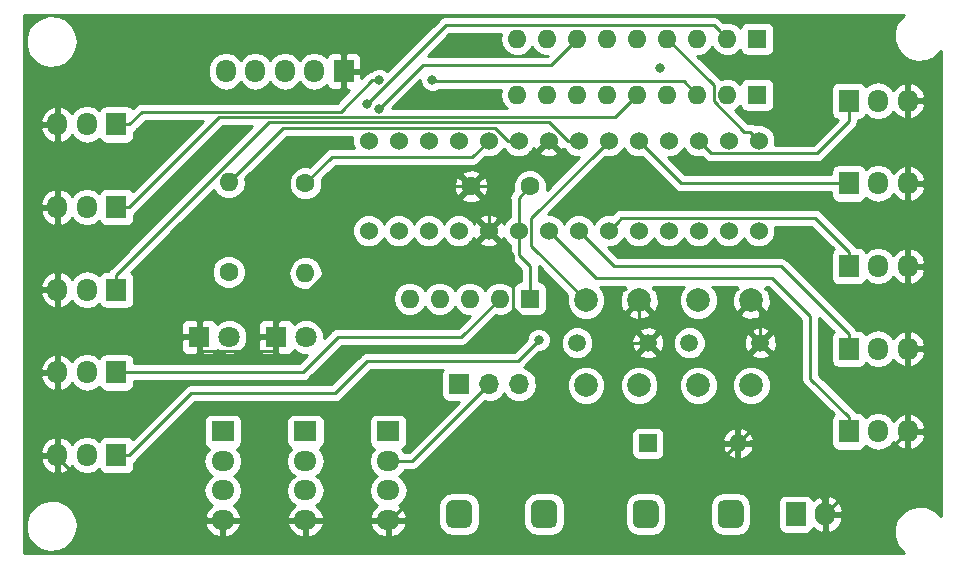
<source format=gbl>
G04 #@! TF.GenerationSoftware,KiCad,Pcbnew,(5.1.8)-1*
G04 #@! TF.CreationDate,2021-05-15T21:03:04+09:00*
G04 #@! TF.ProjectId,TJ3B,544a3342-2e6b-4696-9361-645f70636258,rev?*
G04 #@! TF.SameCoordinates,PX68e7780PY660b0c0*
G04 #@! TF.FileFunction,Copper,L2,Bot*
G04 #@! TF.FilePolarity,Positive*
%FSLAX46Y46*%
G04 Gerber Fmt 4.6, Leading zero omitted, Abs format (unit mm)*
G04 Created by KiCad (PCBNEW (5.1.8)-1) date 2021-05-15 21:03:04*
%MOMM*%
%LPD*%
G01*
G04 APERTURE LIST*
G04 #@! TA.AperFunction,ComponentPad*
%ADD10C,1.600000*%
G04 #@! TD*
G04 #@! TA.AperFunction,ComponentPad*
%ADD11R,1.800000X1.800000*%
G04 #@! TD*
G04 #@! TA.AperFunction,ComponentPad*
%ADD12C,1.800000*%
G04 #@! TD*
G04 #@! TA.AperFunction,ComponentPad*
%ADD13R,1.500000X1.500000*%
G04 #@! TD*
G04 #@! TA.AperFunction,ComponentPad*
%ADD14O,1.500000X1.500000*%
G04 #@! TD*
G04 #@! TA.AperFunction,ComponentPad*
%ADD15O,1.950000X1.700000*%
G04 #@! TD*
G04 #@! TA.AperFunction,ComponentPad*
%ADD16R,1.950000X1.700000*%
G04 #@! TD*
G04 #@! TA.AperFunction,ComponentPad*
%ADD17R,1.700000X2.000000*%
G04 #@! TD*
G04 #@! TA.AperFunction,ComponentPad*
%ADD18O,1.700000X2.000000*%
G04 #@! TD*
G04 #@! TA.AperFunction,ComponentPad*
%ADD19R,1.700000X1.950000*%
G04 #@! TD*
G04 #@! TA.AperFunction,ComponentPad*
%ADD20O,1.700000X1.950000*%
G04 #@! TD*
G04 #@! TA.AperFunction,ComponentPad*
%ADD21O,1.600000X1.600000*%
G04 #@! TD*
G04 #@! TA.AperFunction,ComponentPad*
%ADD22R,1.600000X1.600000*%
G04 #@! TD*
G04 #@! TA.AperFunction,ComponentPad*
%ADD23R,1.700000X1.700000*%
G04 #@! TD*
G04 #@! TA.AperFunction,ComponentPad*
%ADD24O,1.700000X1.700000*%
G04 #@! TD*
G04 #@! TA.AperFunction,ComponentPad*
%ADD25C,1.524000*%
G04 #@! TD*
G04 #@! TA.AperFunction,ComponentPad*
%ADD26C,1.500000*%
G04 #@! TD*
G04 #@! TA.AperFunction,ComponentPad*
%ADD27C,2.000000*%
G04 #@! TD*
G04 #@! TA.AperFunction,ViaPad*
%ADD28C,0.800000*%
G04 #@! TD*
G04 #@! TA.AperFunction,Conductor*
%ADD29C,0.250000*%
G04 #@! TD*
G04 #@! TA.AperFunction,Conductor*
%ADD30C,0.500000*%
G04 #@! TD*
G04 #@! TA.AperFunction,Conductor*
%ADD31C,0.254000*%
G04 #@! TD*
G04 #@! TA.AperFunction,Conductor*
%ADD32C,0.100000*%
G04 #@! TD*
G04 APERTURE END LIST*
D10*
X38500000Y31750000D03*
X43500000Y31750000D03*
D11*
X15500000Y19000000D03*
D12*
X18040000Y19000000D03*
X24540000Y19000000D03*
D11*
X22000000Y19000000D03*
D13*
X53500000Y10000000D03*
D14*
X61120000Y10000000D03*
G04 #@! TA.AperFunction,ComponentPad*
G36*
G01*
X36400000Y3350000D02*
X36400000Y4650000D01*
G75*
G02*
X36950000Y5200000I550000J0D01*
G01*
X38050000Y5200000D01*
G75*
G02*
X38600000Y4650000I0J-550000D01*
G01*
X38600000Y3350000D01*
G75*
G02*
X38050000Y2800000I-550000J0D01*
G01*
X36950000Y2800000D01*
G75*
G02*
X36400000Y3350000I0J550000D01*
G01*
G37*
G04 #@! TD.AperFunction*
G04 #@! TA.AperFunction,ComponentPad*
G36*
G01*
X43600000Y3350000D02*
X43600000Y4650000D01*
G75*
G02*
X44150000Y5200000I550000J0D01*
G01*
X45250000Y5200000D01*
G75*
G02*
X45800000Y4650000I0J-550000D01*
G01*
X45800000Y3350000D01*
G75*
G02*
X45250000Y2800000I-550000J0D01*
G01*
X44150000Y2800000D01*
G75*
G02*
X43600000Y3350000I0J550000D01*
G01*
G37*
G04 #@! TD.AperFunction*
G04 #@! TA.AperFunction,ComponentPad*
G36*
G01*
X59400000Y3350000D02*
X59400000Y4650000D01*
G75*
G02*
X59950000Y5200000I550000J0D01*
G01*
X61050000Y5200000D01*
G75*
G02*
X61600000Y4650000I0J-550000D01*
G01*
X61600000Y3350000D01*
G75*
G02*
X61050000Y2800000I-550000J0D01*
G01*
X59950000Y2800000D01*
G75*
G02*
X59400000Y3350000I0J550000D01*
G01*
G37*
G04 #@! TD.AperFunction*
G04 #@! TA.AperFunction,ComponentPad*
G36*
G01*
X52200000Y3350000D02*
X52200000Y4650000D01*
G75*
G02*
X52750000Y5200000I550000J0D01*
G01*
X53850000Y5200000D01*
G75*
G02*
X54400000Y4650000I0J-550000D01*
G01*
X54400000Y3350000D01*
G75*
G02*
X53850000Y2800000I-550000J0D01*
G01*
X52750000Y2800000D01*
G75*
G02*
X52200000Y3350000I0J550000D01*
G01*
G37*
G04 #@! TD.AperFunction*
D15*
X31500000Y3500000D03*
X31500000Y6000000D03*
X31500000Y8500000D03*
D16*
X31500000Y11000000D03*
X24500000Y11000000D03*
D15*
X24500000Y8500000D03*
X24500000Y6000000D03*
X24500000Y3500000D03*
D16*
X17500000Y11000000D03*
D15*
X17500000Y8500000D03*
X17500000Y6000000D03*
X17500000Y3500000D03*
D17*
X66000000Y4000000D03*
D18*
X68500000Y4000000D03*
D19*
X27750000Y41500000D03*
D20*
X25250000Y41500000D03*
X22750000Y41500000D03*
X20250000Y41500000D03*
X17750000Y41500000D03*
D10*
X18000000Y24500000D03*
D21*
X18000000Y32120000D03*
X24500000Y24380000D03*
D10*
X24500000Y32000000D03*
D22*
X62750000Y39500000D03*
D21*
X60210000Y39500000D03*
X57670000Y39500000D03*
X55130000Y39500000D03*
X52590000Y39500000D03*
X50050000Y39500000D03*
X47510000Y39500000D03*
X44970000Y39500000D03*
X42430000Y39500000D03*
X42430000Y44250000D03*
X44970000Y44250000D03*
X47510000Y44250000D03*
X50050000Y44250000D03*
X52590000Y44250000D03*
X55130000Y44250000D03*
X57670000Y44250000D03*
X60210000Y44250000D03*
D22*
X62750000Y44250000D03*
D21*
X33340000Y22250000D03*
X35880000Y22250000D03*
X38420000Y22250000D03*
X40960000Y22250000D03*
D22*
X43500000Y22250000D03*
D23*
X37500000Y15000000D03*
D24*
X40040000Y15000000D03*
X42580000Y15000000D03*
D25*
X47620000Y35620000D03*
X47620000Y28000000D03*
X50160000Y28000000D03*
X52700000Y28000000D03*
X55240000Y28000000D03*
X57780000Y28000000D03*
X60320000Y28000000D03*
X60320000Y35620000D03*
X57780000Y35620000D03*
X55240000Y35620000D03*
X52700000Y35620000D03*
X50160000Y35620000D03*
X45080000Y28000000D03*
X42540000Y28000000D03*
X40000000Y28000000D03*
X37460000Y28000000D03*
X34920000Y28000000D03*
X32380000Y28000000D03*
X32380000Y35620000D03*
X34920000Y35620000D03*
X37460000Y35620000D03*
X40000000Y35620000D03*
X42540000Y35620000D03*
X45080000Y35620000D03*
X62860000Y28000000D03*
X62860000Y35620000D03*
X29840000Y28000000D03*
X29840000Y35620000D03*
D26*
X53500000Y18500000D03*
X47500000Y18500000D03*
D27*
X48250000Y22100000D03*
X52750000Y22100000D03*
X48250000Y14900000D03*
X52750000Y14900000D03*
X62250000Y14900000D03*
X57750000Y14900000D03*
X62250000Y22100000D03*
X57750000Y22100000D03*
D26*
X57000000Y18500000D03*
X63000000Y18500000D03*
D20*
X3500000Y37000000D03*
X6000000Y37000000D03*
D19*
X8500000Y37000000D03*
X8500000Y30000000D03*
D20*
X6000000Y30000000D03*
X3500000Y30000000D03*
X3500000Y23000000D03*
X6000000Y23000000D03*
D19*
X8500000Y23000000D03*
X8500000Y16000000D03*
D20*
X6000000Y16000000D03*
X3500000Y16000000D03*
X3500000Y9000000D03*
X6000000Y9000000D03*
D19*
X8500000Y9000000D03*
D20*
X75500000Y39000000D03*
X73000000Y39000000D03*
D19*
X70500000Y39000000D03*
X70500000Y32000000D03*
D20*
X73000000Y32000000D03*
X75500000Y32000000D03*
X75500000Y25000000D03*
X73000000Y25000000D03*
D19*
X70500000Y25000000D03*
X70500000Y18000000D03*
D20*
X73000000Y18000000D03*
X75500000Y18000000D03*
D19*
X70500000Y11000000D03*
D20*
X73000000Y11000000D03*
X75500000Y11000000D03*
D28*
X54500000Y41750000D03*
X37000000Y43500000D03*
X40000000Y43500000D03*
X39750000Y39000000D03*
X34750000Y38750000D03*
X61000000Y41750000D03*
X22750000Y44250000D03*
X25000000Y44250000D03*
X61250000Y30500000D03*
X59500000Y30500000D03*
X28000000Y9750000D03*
X28000000Y7000000D03*
X20750000Y7000000D03*
X20750000Y9750000D03*
X6500000Y45500000D03*
X10500000Y45500000D03*
X15500000Y45500000D03*
X1250000Y39250000D03*
X1250000Y33000000D03*
X1250000Y25750000D03*
X1250000Y19250000D03*
X1250000Y11500000D03*
X9250000Y1250000D03*
X14750000Y1250000D03*
X20500000Y1250000D03*
X28250000Y1250000D03*
X36750000Y1250000D03*
X45000000Y1250000D03*
X53500000Y1250000D03*
X61000000Y1250000D03*
X67250000Y1250000D03*
X72000000Y1250000D03*
X77750000Y6500000D03*
X77750000Y12000000D03*
X77750000Y17250000D03*
X77750000Y22500000D03*
X77750000Y28750000D03*
X77750000Y35750000D03*
X77750000Y40250000D03*
X65500000Y45500000D03*
X69250000Y45500000D03*
X72250000Y45500000D03*
X13500000Y27750000D03*
X21500000Y27750000D03*
X13500000Y22250000D03*
X17500000Y35500000D03*
X66750000Y26250000D03*
X48750000Y6500000D03*
X57500000Y10250000D03*
X66750000Y13500000D03*
X67500000Y37500000D03*
X69250000Y42000000D03*
X50750000Y31500000D03*
X34250000Y31750000D03*
X29750000Y38750000D03*
X30750000Y38332021D03*
X35250000Y40750000D03*
X30737347Y40762653D03*
X44250000Y18750000D03*
D29*
X3500000Y35775000D02*
X3500000Y30000000D01*
X3500000Y37000000D02*
X3500000Y35775000D01*
X3500000Y30000000D02*
X3500000Y23000000D01*
X3500000Y21775000D02*
X3500000Y16000000D01*
X3500000Y23000000D02*
X3500000Y21775000D01*
X3500000Y16000000D02*
X3500000Y9000000D01*
X40000000Y30250000D02*
X38500000Y31750000D01*
X40000000Y28000000D02*
X40000000Y30250000D01*
X75500000Y12225000D02*
X75500000Y18000000D01*
X75500000Y11000000D02*
X75500000Y12225000D01*
X75500000Y19225000D02*
X75500000Y25000000D01*
X75500000Y18000000D02*
X75500000Y19225000D01*
X75500000Y26225000D02*
X75500000Y32000000D01*
X75500000Y25000000D02*
X75500000Y26225000D01*
X75500000Y33225000D02*
X75500000Y39000000D01*
X75500000Y32000000D02*
X75500000Y33225000D01*
X16275000Y3500000D02*
X13525000Y6250000D01*
X17500000Y3500000D02*
X16275000Y3500000D01*
X3500000Y8875000D02*
X3500000Y9000000D01*
X6125000Y6250000D02*
X3500000Y8875000D01*
X13525000Y6250000D02*
X6125000Y6250000D01*
X17500000Y3500000D02*
X24500000Y3500000D01*
X30275000Y3500000D02*
X24500000Y3500000D01*
X31500000Y3500000D02*
X30275000Y3500000D01*
X41210000Y31750000D02*
X38500000Y31750000D01*
X45080000Y35620000D02*
X41210000Y31750000D01*
X15500000Y17850000D02*
X15500000Y19000000D01*
X15575001Y17774999D02*
X15500000Y17850000D01*
X21924999Y17774999D02*
X15575001Y17774999D01*
X22000000Y17850000D02*
X21924999Y17774999D01*
X22000000Y19000000D02*
X22000000Y17850000D01*
X29750000Y31750000D02*
X34250000Y31750000D01*
X27500000Y29500000D02*
X29750000Y31750000D01*
X27500000Y25650000D02*
X27500000Y29500000D01*
X22000000Y19000000D02*
X22000000Y20150000D01*
X22000000Y20150000D02*
X27500000Y25650000D01*
X62180660Y10000000D02*
X61120000Y10000000D01*
D30*
X63750000Y10000000D02*
X62180660Y10000000D01*
X68500000Y5250000D02*
X63750000Y10000000D01*
X68500000Y4000000D02*
X68500000Y5250000D01*
D29*
X61120000Y10000000D02*
X64000000Y12880000D01*
X64000000Y17500000D02*
X63000000Y18500000D01*
X64000000Y12880000D02*
X64000000Y17500000D01*
X54249999Y17750001D02*
X53500000Y18500000D01*
X55500000Y16500000D02*
X54249999Y17750001D01*
X61000000Y16500000D02*
X55500000Y16500000D01*
X63000000Y18500000D02*
X61000000Y16500000D01*
X63000000Y21350000D02*
X62250000Y22100000D01*
X63000000Y18500000D02*
X63000000Y21350000D01*
X52750001Y19249999D02*
X53500000Y18500000D01*
X52750000Y22100000D02*
X52750001Y19249999D01*
X49888998Y18500000D02*
X48138998Y20250000D01*
X53500000Y18500000D02*
X49888998Y18500000D01*
X48138998Y20250000D02*
X43250000Y20250000D01*
X40761999Y27238001D02*
X40000000Y28000000D01*
X42085001Y25914999D02*
X40761999Y27238001D01*
X42085001Y21414999D02*
X42085001Y25914999D01*
X43250000Y20250000D02*
X42085001Y21414999D01*
X31625000Y3500000D02*
X31500000Y3500000D01*
X35625000Y7500000D02*
X31625000Y3500000D01*
X58620000Y7500000D02*
X35625000Y7500000D01*
X61120000Y10000000D02*
X58620000Y7500000D01*
X68500000Y4000000D02*
X75500000Y11000000D01*
X34250000Y31750000D02*
X38500000Y31750000D01*
X42540000Y30790000D02*
X43500000Y31750000D01*
X42540000Y28000000D02*
X42540000Y30790000D01*
X42540000Y28000000D02*
X42540000Y25960000D01*
X43500000Y25000000D02*
X43500000Y22250000D01*
X42540000Y25960000D02*
X43500000Y25000000D01*
X33540000Y8500000D02*
X31500000Y8500000D01*
X40040000Y15000000D02*
X33540000Y8500000D01*
X59410001Y45049999D02*
X60210000Y44250000D01*
X59084999Y45375001D02*
X59410001Y45049999D01*
X36375001Y45375001D02*
X59084999Y45375001D01*
X29750000Y38750000D02*
X36375001Y45375001D01*
X30750000Y38332021D02*
X34417979Y42000000D01*
X45260000Y42000000D02*
X47510000Y44250000D01*
X34417979Y42000000D02*
X45260000Y42000000D01*
X35346641Y40653359D02*
X35250000Y40750000D01*
X57670000Y39500000D02*
X56516641Y40653359D01*
X56516641Y40653359D02*
X35346641Y40653359D01*
X9600000Y37000000D02*
X8500000Y37000000D01*
X10657031Y38057031D02*
X9600000Y37000000D01*
X27466040Y38057031D02*
X10657031Y38057031D01*
X30171662Y40762653D02*
X27466040Y38057031D01*
X30737347Y40762653D02*
X30171662Y40762653D01*
X9600000Y30000000D02*
X8500000Y30000000D01*
X17207021Y37607021D02*
X9600000Y30000000D01*
X50697021Y37607021D02*
X17207021Y37607021D01*
X52590000Y39500000D02*
X50697021Y37607021D01*
X8500000Y24225000D02*
X8500000Y23000000D01*
X8500000Y24285002D02*
X8500000Y24225000D01*
X21372009Y37157011D02*
X8500000Y24285002D01*
X45151751Y37157011D02*
X21372009Y37157011D01*
X46688762Y35620000D02*
X45151751Y37157011D01*
X47620000Y35620000D02*
X46688762Y35620000D01*
X40960000Y22250000D02*
X37710000Y19000000D01*
X37710000Y19000000D02*
X27250000Y19000000D01*
X24250000Y16000000D02*
X8500000Y16000000D01*
X27250000Y19000000D02*
X24250000Y16000000D01*
X42250000Y17000000D02*
X29750000Y17000000D01*
X29750000Y17000000D02*
X27000000Y14250000D01*
X9600000Y9000000D02*
X8500000Y9000000D01*
X14850000Y14250000D02*
X9600000Y9000000D01*
X27000000Y14250000D02*
X14850000Y14250000D01*
X42250000Y17000000D02*
X42500000Y17000000D01*
X42500000Y17000000D02*
X44250000Y18750000D01*
X58867001Y34532999D02*
X67782999Y34532999D01*
X57780000Y35620000D02*
X58867001Y34532999D01*
X70500000Y37250000D02*
X70500000Y39000000D01*
X67782999Y34532999D02*
X70500000Y37250000D01*
X56320000Y32000000D02*
X70500000Y32000000D01*
X52700000Y35620000D02*
X56320000Y32000000D01*
X50921999Y28761999D02*
X50160000Y28000000D01*
X51247001Y29087001D02*
X50921999Y28761999D01*
X67637999Y29087001D02*
X51247001Y29087001D01*
X70500000Y26225000D02*
X67637999Y29087001D01*
X70500000Y25000000D02*
X70500000Y26225000D01*
X47620000Y28000000D02*
X50620000Y25000000D01*
X70500000Y19225000D02*
X70500000Y18000000D01*
X64725000Y25000000D02*
X70500000Y19225000D01*
X50620000Y25000000D02*
X64725000Y25000000D01*
X45080000Y28000000D02*
X49080000Y24000000D01*
X49080000Y24000000D02*
X64000000Y24000000D01*
X64000000Y24000000D02*
X67250000Y20750000D01*
X70500000Y12225000D02*
X70500000Y11000000D01*
X67250000Y15475000D02*
X70500000Y12225000D01*
X67250000Y20750000D02*
X67250000Y15475000D01*
X18799999Y32919999D02*
X18000000Y32120000D01*
X22587001Y36707001D02*
X18799999Y32919999D01*
X40521761Y36707001D02*
X22587001Y36707001D01*
X41608762Y35620000D02*
X40521761Y36707001D01*
X42540000Y35620000D02*
X41608762Y35620000D01*
X40000000Y35620000D02*
X38630000Y34250000D01*
X26750000Y34250000D02*
X24500000Y32000000D01*
X38630000Y34250000D02*
X26750000Y34250000D01*
X62098001Y36381999D02*
X62860000Y35620000D01*
X61662999Y36381999D02*
X62098001Y36381999D01*
X59084999Y38959999D02*
X61662999Y36381999D01*
X59084999Y40295001D02*
X59084999Y38959999D01*
X55130000Y44250000D02*
X59084999Y40295001D01*
X49398001Y34858001D02*
X50160000Y35620000D01*
X43627001Y29087001D02*
X49398001Y34858001D01*
X43627001Y26722999D02*
X43627001Y29087001D01*
X48250000Y22100000D02*
X43627001Y26722999D01*
D31*
X74973460Y46125600D02*
X74529203Y45543483D01*
X74297455Y44848849D01*
X74303206Y44116598D01*
X74545836Y43425689D01*
X74999182Y42850623D01*
X75614360Y42453407D01*
X76325036Y42276874D01*
X77054578Y42340060D01*
X77724321Y42636150D01*
X78262046Y43133217D01*
X78290000Y43185025D01*
X78290001Y3805651D01*
X78240360Y3894291D01*
X77694894Y4382851D01*
X77020583Y4668385D01*
X76290138Y4720103D01*
X75582323Y4532429D01*
X74973460Y4125600D01*
X74529203Y3543483D01*
X74297455Y2848849D01*
X74303206Y2116598D01*
X74545836Y1425689D01*
X74999182Y850623D01*
X75216968Y710000D01*
X710000Y710000D01*
X710000Y3348849D01*
X797455Y3348849D01*
X803206Y2616598D01*
X1045836Y1925689D01*
X1499182Y1350623D01*
X2114360Y953407D01*
X2825036Y776874D01*
X3554578Y840060D01*
X4224321Y1136150D01*
X4762046Y1633217D01*
X5109770Y2277664D01*
X5230000Y3000000D01*
X5229725Y3035027D01*
X5209986Y3143110D01*
X15933524Y3143110D01*
X16172503Y2628807D01*
X16597429Y2234947D01*
X17140733Y2033680D01*
X17373000Y2173835D01*
X17373000Y3373000D01*
X17627000Y3373000D01*
X17627000Y2173835D01*
X17859267Y2033680D01*
X18402571Y2234947D01*
X18827497Y2628807D01*
X19066476Y3143110D01*
X22933524Y3143110D01*
X23172503Y2628807D01*
X23597429Y2234947D01*
X24140733Y2033680D01*
X24373000Y2173835D01*
X24373000Y3373000D01*
X24627000Y3373000D01*
X24627000Y2173835D01*
X24859267Y2033680D01*
X25402571Y2234947D01*
X25827497Y2628807D01*
X26066476Y3143110D01*
X29933524Y3143110D01*
X30172503Y2628807D01*
X30597429Y2234947D01*
X31140733Y2033680D01*
X31373000Y2173835D01*
X31373000Y3373000D01*
X31627000Y3373000D01*
X31627000Y2173835D01*
X31859267Y2033680D01*
X32402571Y2234947D01*
X32827497Y2628807D01*
X33066476Y3143110D01*
X32945155Y3373000D01*
X31627000Y3373000D01*
X31373000Y3373000D01*
X30054845Y3373000D01*
X29933524Y3143110D01*
X26066476Y3143110D01*
X25945155Y3373000D01*
X24627000Y3373000D01*
X24373000Y3373000D01*
X23054845Y3373000D01*
X22933524Y3143110D01*
X19066476Y3143110D01*
X18945155Y3373000D01*
X17627000Y3373000D01*
X17373000Y3373000D01*
X16054845Y3373000D01*
X15933524Y3143110D01*
X5209986Y3143110D01*
X5098164Y3755386D01*
X4740360Y4394291D01*
X4194894Y4882851D01*
X3520583Y5168385D01*
X2790138Y5220103D01*
X2082323Y5032429D01*
X1473460Y4625600D01*
X1029203Y4043483D01*
X797455Y3348849D01*
X710000Y3348849D01*
X710000Y8640733D01*
X2033680Y8640733D01*
X2234947Y8097429D01*
X2628807Y7672503D01*
X3143110Y7433524D01*
X3373000Y7554845D01*
X3373000Y8873000D01*
X2173835Y8873000D01*
X2033680Y8640733D01*
X710000Y8640733D01*
X710000Y9359267D01*
X2033680Y9359267D01*
X2173835Y9127000D01*
X3373000Y9127000D01*
X3373000Y10445155D01*
X3627000Y10445155D01*
X3627000Y9127000D01*
X3647000Y9127000D01*
X3647000Y8873000D01*
X3627000Y8873000D01*
X3627000Y7554845D01*
X3856890Y7433524D01*
X4371193Y7672503D01*
X4746754Y8077687D01*
X4929375Y7804375D01*
X5420582Y7476161D01*
X6000000Y7360908D01*
X6579417Y7476161D01*
X7049281Y7790114D01*
X7051843Y7777235D01*
X7192191Y7567191D01*
X7402235Y7426843D01*
X7650000Y7377560D01*
X9350000Y7377560D01*
X9597765Y7426843D01*
X9807809Y7567191D01*
X9948157Y7777235D01*
X9997440Y8025000D01*
X9997440Y8351517D01*
X10147929Y8452071D01*
X10179954Y8500000D01*
X15860908Y8500000D01*
X15976161Y7920582D01*
X16304375Y7429375D01*
X16572829Y7250000D01*
X16304375Y7070625D01*
X15976161Y6579418D01*
X15860908Y6000000D01*
X15976161Y5420582D01*
X16304375Y4929375D01*
X16577687Y4746754D01*
X16172503Y4371193D01*
X15933524Y3856890D01*
X16054845Y3627000D01*
X17373000Y3627000D01*
X17373000Y3647000D01*
X17627000Y3647000D01*
X17627000Y3627000D01*
X18945155Y3627000D01*
X19066476Y3856890D01*
X18827497Y4371193D01*
X18422313Y4746754D01*
X18695625Y4929375D01*
X19023839Y5420582D01*
X19139092Y6000000D01*
X19023839Y6579418D01*
X18695625Y7070625D01*
X18427171Y7250000D01*
X18695625Y7429375D01*
X19023839Y7920582D01*
X19139092Y8500000D01*
X22860908Y8500000D01*
X22976161Y7920582D01*
X23304375Y7429375D01*
X23572829Y7250000D01*
X23304375Y7070625D01*
X22976161Y6579418D01*
X22860908Y6000000D01*
X22976161Y5420582D01*
X23304375Y4929375D01*
X23577687Y4746754D01*
X23172503Y4371193D01*
X22933524Y3856890D01*
X23054845Y3627000D01*
X24373000Y3627000D01*
X24373000Y3647000D01*
X24627000Y3647000D01*
X24627000Y3627000D01*
X25945155Y3627000D01*
X26066476Y3856890D01*
X25827497Y4371193D01*
X25422313Y4746754D01*
X25695625Y4929375D01*
X26023839Y5420582D01*
X26139092Y6000000D01*
X26023839Y6579418D01*
X25695625Y7070625D01*
X25427171Y7250000D01*
X25695625Y7429375D01*
X26023839Y7920582D01*
X26139092Y8500000D01*
X26023839Y9079418D01*
X25709886Y9549281D01*
X25722765Y9551843D01*
X25932809Y9692191D01*
X26073157Y9902235D01*
X26122440Y10150000D01*
X26122440Y11850000D01*
X26073157Y12097765D01*
X25932809Y12307809D01*
X25722765Y12448157D01*
X25475000Y12497440D01*
X23525000Y12497440D01*
X23277235Y12448157D01*
X23067191Y12307809D01*
X22926843Y12097765D01*
X22877560Y11850000D01*
X22877560Y10150000D01*
X22926843Y9902235D01*
X23067191Y9692191D01*
X23277235Y9551843D01*
X23290114Y9549281D01*
X22976161Y9079418D01*
X22860908Y8500000D01*
X19139092Y8500000D01*
X19023839Y9079418D01*
X18709886Y9549281D01*
X18722765Y9551843D01*
X18932809Y9692191D01*
X19073157Y9902235D01*
X19122440Y10150000D01*
X19122440Y11850000D01*
X19073157Y12097765D01*
X18932809Y12307809D01*
X18722765Y12448157D01*
X18475000Y12497440D01*
X16525000Y12497440D01*
X16277235Y12448157D01*
X16067191Y12307809D01*
X15926843Y12097765D01*
X15877560Y11850000D01*
X15877560Y10150000D01*
X15926843Y9902235D01*
X16067191Y9692191D01*
X16277235Y9551843D01*
X16290114Y9549281D01*
X15976161Y9079418D01*
X15860908Y8500000D01*
X10179954Y8500000D01*
X10190331Y8515530D01*
X15164802Y13490000D01*
X26925153Y13490000D01*
X27000000Y13475112D01*
X27074847Y13490000D01*
X27074852Y13490000D01*
X27296537Y13534096D01*
X27547929Y13702071D01*
X27590331Y13765530D01*
X30064803Y16240000D01*
X36146882Y16240000D01*
X36051843Y16097765D01*
X36002560Y15850000D01*
X36002560Y14150000D01*
X36051843Y13902235D01*
X36192191Y13692191D01*
X36402235Y13551843D01*
X36650000Y13502560D01*
X37467758Y13502560D01*
X33225199Y9260000D01*
X32903178Y9260000D01*
X32709886Y9549281D01*
X32722765Y9551843D01*
X32932809Y9692191D01*
X33073157Y9902235D01*
X33122440Y10150000D01*
X33122440Y11850000D01*
X33073157Y12097765D01*
X32932809Y12307809D01*
X32722765Y12448157D01*
X32475000Y12497440D01*
X30525000Y12497440D01*
X30277235Y12448157D01*
X30067191Y12307809D01*
X29926843Y12097765D01*
X29877560Y11850000D01*
X29877560Y10150000D01*
X29926843Y9902235D01*
X30067191Y9692191D01*
X30277235Y9551843D01*
X30290114Y9549281D01*
X29976161Y9079418D01*
X29860908Y8500000D01*
X29976161Y7920582D01*
X30304375Y7429375D01*
X30572829Y7250000D01*
X30304375Y7070625D01*
X29976161Y6579418D01*
X29860908Y6000000D01*
X29976161Y5420582D01*
X30304375Y4929375D01*
X30577687Y4746754D01*
X30172503Y4371193D01*
X29933524Y3856890D01*
X30054845Y3627000D01*
X31373000Y3627000D01*
X31373000Y3647000D01*
X31627000Y3647000D01*
X31627000Y3627000D01*
X32945155Y3627000D01*
X33066476Y3856890D01*
X32827497Y4371193D01*
X32526699Y4650000D01*
X35752560Y4650000D01*
X35752560Y3350000D01*
X35843710Y2891760D01*
X36103282Y2503282D01*
X36491760Y2243710D01*
X36950000Y2152560D01*
X38050000Y2152560D01*
X38508240Y2243710D01*
X38896718Y2503282D01*
X39156290Y2891760D01*
X39247440Y3350000D01*
X39247440Y4650000D01*
X42952560Y4650000D01*
X42952560Y3350000D01*
X43043710Y2891760D01*
X43303282Y2503282D01*
X43691760Y2243710D01*
X44150000Y2152560D01*
X45250000Y2152560D01*
X45708240Y2243710D01*
X46096718Y2503282D01*
X46356290Y2891760D01*
X46447440Y3350000D01*
X46447440Y4650000D01*
X51552560Y4650000D01*
X51552560Y3350000D01*
X51643710Y2891760D01*
X51903282Y2503282D01*
X52291760Y2243710D01*
X52750000Y2152560D01*
X53850000Y2152560D01*
X54308240Y2243710D01*
X54696718Y2503282D01*
X54956290Y2891760D01*
X55047440Y3350000D01*
X55047440Y4650000D01*
X58752560Y4650000D01*
X58752560Y3350000D01*
X58843710Y2891760D01*
X59103282Y2503282D01*
X59491760Y2243710D01*
X59950000Y2152560D01*
X61050000Y2152560D01*
X61508240Y2243710D01*
X61896718Y2503282D01*
X62156290Y2891760D01*
X62247440Y3350000D01*
X62247440Y4650000D01*
X62177821Y5000000D01*
X64502560Y5000000D01*
X64502560Y3000000D01*
X64551843Y2752235D01*
X64692191Y2542191D01*
X64902235Y2401843D01*
X65150000Y2352560D01*
X66850000Y2352560D01*
X67097765Y2401843D01*
X67307809Y2542191D01*
X67448157Y2752235D01*
X67462388Y2823782D01*
X67607955Y2661336D01*
X68130740Y2410447D01*
X68143110Y2408524D01*
X68373000Y2529845D01*
X68373000Y3873000D01*
X68627000Y3873000D01*
X68627000Y2529845D01*
X68856890Y2408524D01*
X68869260Y2410447D01*
X69392045Y2661336D01*
X69779024Y3093188D01*
X69971284Y3640258D01*
X69827231Y3873000D01*
X68627000Y3873000D01*
X68373000Y3873000D01*
X68353000Y3873000D01*
X68353000Y4127000D01*
X68373000Y4127000D01*
X68373000Y5470155D01*
X68627000Y5470155D01*
X68627000Y4127000D01*
X69827231Y4127000D01*
X69971284Y4359742D01*
X69779024Y4906812D01*
X69392045Y5338664D01*
X68869260Y5589553D01*
X68856890Y5591476D01*
X68627000Y5470155D01*
X68373000Y5470155D01*
X68143110Y5591476D01*
X68130740Y5589553D01*
X67607955Y5338664D01*
X67462388Y5176218D01*
X67448157Y5247765D01*
X67307809Y5457809D01*
X67097765Y5598157D01*
X66850000Y5647440D01*
X65150000Y5647440D01*
X64902235Y5598157D01*
X64692191Y5457809D01*
X64551843Y5247765D01*
X64502560Y5000000D01*
X62177821Y5000000D01*
X62156290Y5108240D01*
X61896718Y5496718D01*
X61508240Y5756290D01*
X61050000Y5847440D01*
X59950000Y5847440D01*
X59491760Y5756290D01*
X59103282Y5496718D01*
X58843710Y5108240D01*
X58752560Y4650000D01*
X55047440Y4650000D01*
X54956290Y5108240D01*
X54696718Y5496718D01*
X54308240Y5756290D01*
X53850000Y5847440D01*
X52750000Y5847440D01*
X52291760Y5756290D01*
X51903282Y5496718D01*
X51643710Y5108240D01*
X51552560Y4650000D01*
X46447440Y4650000D01*
X46356290Y5108240D01*
X46096718Y5496718D01*
X45708240Y5756290D01*
X45250000Y5847440D01*
X44150000Y5847440D01*
X43691760Y5756290D01*
X43303282Y5496718D01*
X43043710Y5108240D01*
X42952560Y4650000D01*
X39247440Y4650000D01*
X39156290Y5108240D01*
X38896718Y5496718D01*
X38508240Y5756290D01*
X38050000Y5847440D01*
X36950000Y5847440D01*
X36491760Y5756290D01*
X36103282Y5496718D01*
X35843710Y5108240D01*
X35752560Y4650000D01*
X32526699Y4650000D01*
X32422313Y4746754D01*
X32695625Y4929375D01*
X33023839Y5420582D01*
X33139092Y6000000D01*
X33023839Y6579418D01*
X32695625Y7070625D01*
X32427171Y7250000D01*
X32695625Y7429375D01*
X32903178Y7740000D01*
X33465153Y7740000D01*
X33540000Y7725112D01*
X33614847Y7740000D01*
X33614852Y7740000D01*
X33836537Y7784096D01*
X34087929Y7952071D01*
X34130331Y8015530D01*
X36864801Y10750000D01*
X52102560Y10750000D01*
X52102560Y9250000D01*
X52151843Y9002235D01*
X52292191Y8792191D01*
X52502235Y8651843D01*
X52750000Y8602560D01*
X54250000Y8602560D01*
X54497765Y8651843D01*
X54707809Y8792191D01*
X54848157Y9002235D01*
X54897440Y9250000D01*
X54897440Y9658815D01*
X59777682Y9658815D01*
X59929575Y9292086D01*
X60291098Y8890417D01*
X60778813Y8657672D01*
X60993000Y8779575D01*
X60993000Y9873000D01*
X61247000Y9873000D01*
X61247000Y8779575D01*
X61461187Y8657672D01*
X61948902Y8890417D01*
X62310425Y9292086D01*
X62462318Y9658815D01*
X62339656Y9873000D01*
X61247000Y9873000D01*
X60993000Y9873000D01*
X59900344Y9873000D01*
X59777682Y9658815D01*
X54897440Y9658815D01*
X54897440Y10341185D01*
X59777682Y10341185D01*
X59900344Y10127000D01*
X60993000Y10127000D01*
X60993000Y11220425D01*
X61247000Y11220425D01*
X61247000Y10127000D01*
X62339656Y10127000D01*
X62462318Y10341185D01*
X62310425Y10707914D01*
X61948902Y11109583D01*
X61461187Y11342328D01*
X61247000Y11220425D01*
X60993000Y11220425D01*
X60778813Y11342328D01*
X60291098Y11109583D01*
X59929575Y10707914D01*
X59777682Y10341185D01*
X54897440Y10341185D01*
X54897440Y10750000D01*
X54848157Y10997765D01*
X54707809Y11207809D01*
X54497765Y11348157D01*
X54250000Y11397440D01*
X52750000Y11397440D01*
X52502235Y11348157D01*
X52292191Y11207809D01*
X52151843Y10997765D01*
X52102560Y10750000D01*
X36864801Y10750000D01*
X39673593Y13558791D01*
X39893744Y13515000D01*
X40186256Y13515000D01*
X40619418Y13601161D01*
X41110625Y13929375D01*
X41310000Y14227761D01*
X41509375Y13929375D01*
X42000582Y13601161D01*
X42433744Y13515000D01*
X42726256Y13515000D01*
X43159418Y13601161D01*
X43650625Y13929375D01*
X43978839Y14420582D01*
X44094092Y15000000D01*
X44049293Y15225222D01*
X46615000Y15225222D01*
X46615000Y14574778D01*
X46863914Y13973847D01*
X47323847Y13513914D01*
X47924778Y13265000D01*
X48575222Y13265000D01*
X49176153Y13513914D01*
X49636086Y13973847D01*
X49885000Y14574778D01*
X49885000Y15225222D01*
X51115000Y15225222D01*
X51115000Y14574778D01*
X51363914Y13973847D01*
X51823847Y13513914D01*
X52424778Y13265000D01*
X53075222Y13265000D01*
X53676153Y13513914D01*
X54136086Y13973847D01*
X54385000Y14574778D01*
X54385000Y15225222D01*
X56115000Y15225222D01*
X56115000Y14574778D01*
X56363914Y13973847D01*
X56823847Y13513914D01*
X57424778Y13265000D01*
X58075222Y13265000D01*
X58676153Y13513914D01*
X59136086Y13973847D01*
X59385000Y14574778D01*
X59385000Y15225222D01*
X60615000Y15225222D01*
X60615000Y14574778D01*
X60863914Y13973847D01*
X61323847Y13513914D01*
X61924778Y13265000D01*
X62575222Y13265000D01*
X63176153Y13513914D01*
X63636086Y13973847D01*
X63885000Y14574778D01*
X63885000Y15225222D01*
X63636086Y15826153D01*
X63176153Y16286086D01*
X62575222Y16535000D01*
X61924778Y16535000D01*
X61323847Y16286086D01*
X60863914Y15826153D01*
X60615000Y15225222D01*
X59385000Y15225222D01*
X59136086Y15826153D01*
X58676153Y16286086D01*
X58075222Y16535000D01*
X57424778Y16535000D01*
X56823847Y16286086D01*
X56363914Y15826153D01*
X56115000Y15225222D01*
X54385000Y15225222D01*
X54136086Y15826153D01*
X53676153Y16286086D01*
X53075222Y16535000D01*
X52424778Y16535000D01*
X51823847Y16286086D01*
X51363914Y15826153D01*
X51115000Y15225222D01*
X49885000Y15225222D01*
X49636086Y15826153D01*
X49176153Y16286086D01*
X48575222Y16535000D01*
X47924778Y16535000D01*
X47323847Y16286086D01*
X46863914Y15826153D01*
X46615000Y15225222D01*
X44049293Y15225222D01*
X43978839Y15579418D01*
X43650625Y16070625D01*
X43159418Y16398839D01*
X43012113Y16428140D01*
X43047929Y16452071D01*
X43090331Y16515530D01*
X44289802Y17715000D01*
X44455874Y17715000D01*
X44836280Y17872569D01*
X45127431Y18163720D01*
X45285000Y18544126D01*
X45285000Y18775494D01*
X46115000Y18775494D01*
X46115000Y18224506D01*
X46325853Y17715460D01*
X46715460Y17325853D01*
X47224506Y17115000D01*
X47775494Y17115000D01*
X48284540Y17325853D01*
X48487170Y17528483D01*
X52708088Y17528483D01*
X52776077Y17287540D01*
X53295171Y17102799D01*
X53845448Y17130770D01*
X54223923Y17287540D01*
X54291912Y17528483D01*
X53500000Y18320395D01*
X52708088Y17528483D01*
X48487170Y17528483D01*
X48674147Y17715460D01*
X48885000Y18224506D01*
X48885000Y18704829D01*
X52102799Y18704829D01*
X52130770Y18154552D01*
X52287540Y17776077D01*
X52528483Y17708088D01*
X53320395Y18500000D01*
X53679605Y18500000D01*
X54471517Y17708088D01*
X54712460Y17776077D01*
X54897201Y18295171D01*
X54872786Y18775494D01*
X55615000Y18775494D01*
X55615000Y18224506D01*
X55825853Y17715460D01*
X56215460Y17325853D01*
X56724506Y17115000D01*
X57275494Y17115000D01*
X57784540Y17325853D01*
X57987170Y17528483D01*
X62208088Y17528483D01*
X62276077Y17287540D01*
X62795171Y17102799D01*
X63345448Y17130770D01*
X63723923Y17287540D01*
X63791912Y17528483D01*
X63000000Y18320395D01*
X62208088Y17528483D01*
X57987170Y17528483D01*
X58174147Y17715460D01*
X58385000Y18224506D01*
X58385000Y18704829D01*
X61602799Y18704829D01*
X61630770Y18154552D01*
X61787540Y17776077D01*
X62028483Y17708088D01*
X62820395Y18500000D01*
X63179605Y18500000D01*
X63971517Y17708088D01*
X64212460Y17776077D01*
X64397201Y18295171D01*
X64369230Y18845448D01*
X64212460Y19223923D01*
X63971517Y19291912D01*
X63179605Y18500000D01*
X62820395Y18500000D01*
X62028483Y19291912D01*
X61787540Y19223923D01*
X61602799Y18704829D01*
X58385000Y18704829D01*
X58385000Y18775494D01*
X58174147Y19284540D01*
X57987170Y19471517D01*
X62208088Y19471517D01*
X63000000Y18679605D01*
X63791912Y19471517D01*
X63723923Y19712460D01*
X63204829Y19897201D01*
X62654552Y19869230D01*
X62276077Y19712460D01*
X62208088Y19471517D01*
X57987170Y19471517D01*
X57784540Y19674147D01*
X57275494Y19885000D01*
X56724506Y19885000D01*
X56215460Y19674147D01*
X55825853Y19284540D01*
X55615000Y18775494D01*
X54872786Y18775494D01*
X54869230Y18845448D01*
X54712460Y19223923D01*
X54471517Y19291912D01*
X53679605Y18500000D01*
X53320395Y18500000D01*
X52528483Y19291912D01*
X52287540Y19223923D01*
X52102799Y18704829D01*
X48885000Y18704829D01*
X48885000Y18775494D01*
X48674147Y19284540D01*
X48487170Y19471517D01*
X52708088Y19471517D01*
X53500000Y18679605D01*
X54291912Y19471517D01*
X54223923Y19712460D01*
X53704829Y19897201D01*
X53154552Y19869230D01*
X52776077Y19712460D01*
X52708088Y19471517D01*
X48487170Y19471517D01*
X48284540Y19674147D01*
X47775494Y19885000D01*
X47224506Y19885000D01*
X46715460Y19674147D01*
X46325853Y19284540D01*
X46115000Y18775494D01*
X45285000Y18775494D01*
X45285000Y18955874D01*
X45127431Y19336280D01*
X44836280Y19627431D01*
X44455874Y19785000D01*
X44044126Y19785000D01*
X43663720Y19627431D01*
X43372569Y19336280D01*
X43215000Y18955874D01*
X43215000Y18789802D01*
X42185199Y17760000D01*
X29824846Y17760000D01*
X29749999Y17774888D01*
X29675152Y17760000D01*
X29675148Y17760000D01*
X29453463Y17715904D01*
X29390902Y17674102D01*
X29265526Y17590329D01*
X29265524Y17590327D01*
X29202071Y17547929D01*
X29159673Y17484476D01*
X26685199Y15010000D01*
X14924846Y15010000D01*
X14849999Y15024888D01*
X14775152Y15010000D01*
X14775148Y15010000D01*
X14553463Y14965904D01*
X14302071Y14797929D01*
X14259671Y14734473D01*
X9867970Y10342772D01*
X9807809Y10432809D01*
X9597765Y10573157D01*
X9350000Y10622440D01*
X7650000Y10622440D01*
X7402235Y10573157D01*
X7192191Y10432809D01*
X7051843Y10222765D01*
X7049281Y10209886D01*
X6579418Y10523839D01*
X6000000Y10639092D01*
X5420583Y10523839D01*
X4929375Y10195625D01*
X4746754Y9922313D01*
X4371193Y10327497D01*
X3856890Y10566476D01*
X3627000Y10445155D01*
X3373000Y10445155D01*
X3143110Y10566476D01*
X2628807Y10327497D01*
X2234947Y9902571D01*
X2033680Y9359267D01*
X710000Y9359267D01*
X710000Y15640733D01*
X2033680Y15640733D01*
X2234947Y15097429D01*
X2628807Y14672503D01*
X3143110Y14433524D01*
X3373000Y14554845D01*
X3373000Y15873000D01*
X2173835Y15873000D01*
X2033680Y15640733D01*
X710000Y15640733D01*
X710000Y16359267D01*
X2033680Y16359267D01*
X2173835Y16127000D01*
X3373000Y16127000D01*
X3373000Y17445155D01*
X3143110Y17566476D01*
X2628807Y17327497D01*
X2234947Y16902571D01*
X2033680Y16359267D01*
X710000Y16359267D01*
X710000Y18714250D01*
X13965000Y18714250D01*
X13965000Y17973690D01*
X14061673Y17740301D01*
X14240302Y17561673D01*
X14473691Y17465000D01*
X15214250Y17465000D01*
X15373000Y17623750D01*
X15373000Y18873000D01*
X14123750Y18873000D01*
X13965000Y18714250D01*
X710000Y18714250D01*
X710000Y20026310D01*
X13965000Y20026310D01*
X13965000Y19285750D01*
X14123750Y19127000D01*
X15373000Y19127000D01*
X15373000Y20376250D01*
X15627000Y20376250D01*
X15627000Y19127000D01*
X15647000Y19127000D01*
X15647000Y18873000D01*
X15627000Y18873000D01*
X15627000Y17623750D01*
X15785750Y17465000D01*
X16526309Y17465000D01*
X16759698Y17561673D01*
X16938327Y17740301D01*
X16994139Y17875044D01*
X17170493Y17698690D01*
X17734670Y17465000D01*
X18345330Y17465000D01*
X18909507Y17698690D01*
X19341310Y18130493D01*
X19575000Y18694670D01*
X19575000Y18714250D01*
X20465000Y18714250D01*
X20465000Y17973690D01*
X20561673Y17740301D01*
X20740302Y17561673D01*
X20973691Y17465000D01*
X21714250Y17465000D01*
X21873000Y17623750D01*
X21873000Y18873000D01*
X20623750Y18873000D01*
X20465000Y18714250D01*
X19575000Y18714250D01*
X19575000Y19305330D01*
X19341310Y19869507D01*
X19184507Y20026310D01*
X20465000Y20026310D01*
X20465000Y19285750D01*
X20623750Y19127000D01*
X21873000Y19127000D01*
X21873000Y20376250D01*
X21714250Y20535000D01*
X20973691Y20535000D01*
X20740302Y20438327D01*
X20561673Y20259699D01*
X20465000Y20026310D01*
X19184507Y20026310D01*
X18909507Y20301310D01*
X18345330Y20535000D01*
X17734670Y20535000D01*
X17170493Y20301310D01*
X16994139Y20124956D01*
X16938327Y20259699D01*
X16759698Y20438327D01*
X16526309Y20535000D01*
X15785750Y20535000D01*
X15627000Y20376250D01*
X15373000Y20376250D01*
X15214250Y20535000D01*
X14473691Y20535000D01*
X14240302Y20438327D01*
X14061673Y20259699D01*
X13965000Y20026310D01*
X710000Y20026310D01*
X710000Y22640733D01*
X2033680Y22640733D01*
X2234947Y22097429D01*
X2628807Y21672503D01*
X3143110Y21433524D01*
X3373000Y21554845D01*
X3373000Y22873000D01*
X2173835Y22873000D01*
X2033680Y22640733D01*
X710000Y22640733D01*
X710000Y23359267D01*
X2033680Y23359267D01*
X2173835Y23127000D01*
X3373000Y23127000D01*
X3373000Y24445155D01*
X3143110Y24566476D01*
X2628807Y24327497D01*
X2234947Y23902571D01*
X2033680Y23359267D01*
X710000Y23359267D01*
X710000Y29640733D01*
X2033680Y29640733D01*
X2234947Y29097429D01*
X2628807Y28672503D01*
X3143110Y28433524D01*
X3373000Y28554845D01*
X3373000Y29873000D01*
X2173835Y29873000D01*
X2033680Y29640733D01*
X710000Y29640733D01*
X710000Y30359267D01*
X2033680Y30359267D01*
X2173835Y30127000D01*
X3373000Y30127000D01*
X3373000Y31445155D01*
X3143110Y31566476D01*
X2628807Y31327497D01*
X2234947Y30902571D01*
X2033680Y30359267D01*
X710000Y30359267D01*
X710000Y36640733D01*
X2033680Y36640733D01*
X2234947Y36097429D01*
X2628807Y35672503D01*
X3143110Y35433524D01*
X3373000Y35554845D01*
X3373000Y36873000D01*
X2173835Y36873000D01*
X2033680Y36640733D01*
X710000Y36640733D01*
X710000Y37359267D01*
X2033680Y37359267D01*
X2173835Y37127000D01*
X3373000Y37127000D01*
X3373000Y38445155D01*
X3627000Y38445155D01*
X3627000Y37127000D01*
X3647000Y37127000D01*
X3647000Y36873000D01*
X3627000Y36873000D01*
X3627000Y35554845D01*
X3856890Y35433524D01*
X4371193Y35672503D01*
X4746754Y36077687D01*
X4929375Y35804375D01*
X5420582Y35476161D01*
X6000000Y35360908D01*
X6579417Y35476161D01*
X7049281Y35790114D01*
X7051843Y35777235D01*
X7192191Y35567191D01*
X7402235Y35426843D01*
X7650000Y35377560D01*
X9350000Y35377560D01*
X9597765Y35426843D01*
X9807809Y35567191D01*
X9948157Y35777235D01*
X9997440Y36025000D01*
X9997440Y36351517D01*
X10147929Y36452071D01*
X10190331Y36515530D01*
X10971833Y37297031D01*
X15822229Y37297031D01*
X9867971Y31342772D01*
X9807809Y31432809D01*
X9597765Y31573157D01*
X9350000Y31622440D01*
X7650000Y31622440D01*
X7402235Y31573157D01*
X7192191Y31432809D01*
X7051843Y31222765D01*
X7049281Y31209886D01*
X6579418Y31523839D01*
X6000000Y31639092D01*
X5420583Y31523839D01*
X4929375Y31195625D01*
X4746754Y30922313D01*
X4371193Y31327497D01*
X3856890Y31566476D01*
X3627000Y31445155D01*
X3627000Y30127000D01*
X3647000Y30127000D01*
X3647000Y29873000D01*
X3627000Y29873000D01*
X3627000Y28554845D01*
X3856890Y28433524D01*
X4371193Y28672503D01*
X4746754Y29077687D01*
X4929375Y28804375D01*
X5420582Y28476161D01*
X6000000Y28360908D01*
X6579417Y28476161D01*
X7049281Y28790114D01*
X7051843Y28777235D01*
X7192191Y28567191D01*
X7402235Y28426843D01*
X7650000Y28377560D01*
X9350000Y28377560D01*
X9597765Y28426843D01*
X9807809Y28567191D01*
X9948157Y28777235D01*
X9997440Y29025000D01*
X9997440Y29351517D01*
X10147929Y29452071D01*
X10190331Y29515530D01*
X17521823Y36847021D01*
X19987217Y36847021D01*
X8015530Y24875333D01*
X7952071Y24832931D01*
X7811426Y24622440D01*
X7650000Y24622440D01*
X7402235Y24573157D01*
X7192191Y24432809D01*
X7051843Y24222765D01*
X7049281Y24209886D01*
X6579418Y24523839D01*
X6000000Y24639092D01*
X5420583Y24523839D01*
X4929375Y24195625D01*
X4746754Y23922313D01*
X4371193Y24327497D01*
X3856890Y24566476D01*
X3627000Y24445155D01*
X3627000Y23127000D01*
X3647000Y23127000D01*
X3647000Y22873000D01*
X3627000Y22873000D01*
X3627000Y21554845D01*
X3856890Y21433524D01*
X4371193Y21672503D01*
X4746754Y22077687D01*
X4929375Y21804375D01*
X5420582Y21476161D01*
X6000000Y21360908D01*
X6579417Y21476161D01*
X7049281Y21790114D01*
X7051843Y21777235D01*
X7192191Y21567191D01*
X7402235Y21426843D01*
X7650000Y21377560D01*
X9350000Y21377560D01*
X9597765Y21426843D01*
X9807809Y21567191D01*
X9948157Y21777235D01*
X9997440Y22025000D01*
X9997440Y23975000D01*
X9948157Y24222765D01*
X9807809Y24432809D01*
X9756735Y24466936D01*
X10075238Y24785439D01*
X16565000Y24785439D01*
X16565000Y24214561D01*
X16783466Y23687138D01*
X17187138Y23283466D01*
X17714561Y23065000D01*
X18285439Y23065000D01*
X18812862Y23283466D01*
X19216534Y23687138D01*
X19435000Y24214561D01*
X19435000Y24380000D01*
X23036887Y24380000D01*
X23148260Y23820091D01*
X23465423Y23345423D01*
X23940091Y23028260D01*
X24358667Y22945000D01*
X24641333Y22945000D01*
X25059909Y23028260D01*
X25534577Y23345423D01*
X25851740Y23820091D01*
X25963113Y24380000D01*
X25851740Y24939909D01*
X25534577Y25414577D01*
X25059909Y25731740D01*
X24641333Y25815000D01*
X24358667Y25815000D01*
X23940091Y25731740D01*
X23465423Y25414577D01*
X23148260Y24939909D01*
X23036887Y24380000D01*
X19435000Y24380000D01*
X19435000Y24785439D01*
X19216534Y25312862D01*
X18812862Y25716534D01*
X18285439Y25935000D01*
X17714561Y25935000D01*
X17187138Y25716534D01*
X16783466Y25312862D01*
X16565000Y24785439D01*
X10075238Y24785439D01*
X13567680Y28277881D01*
X28443000Y28277881D01*
X28443000Y27722119D01*
X28655680Y27208663D01*
X29048663Y26815680D01*
X29562119Y26603000D01*
X30117881Y26603000D01*
X30631337Y26815680D01*
X31024320Y27208663D01*
X31110000Y27415513D01*
X31195680Y27208663D01*
X31588663Y26815680D01*
X32102119Y26603000D01*
X32657881Y26603000D01*
X33171337Y26815680D01*
X33564320Y27208663D01*
X33650000Y27415513D01*
X33735680Y27208663D01*
X34128663Y26815680D01*
X34642119Y26603000D01*
X35197881Y26603000D01*
X35711337Y26815680D01*
X36104320Y27208663D01*
X36190000Y27415513D01*
X36275680Y27208663D01*
X36668663Y26815680D01*
X37182119Y26603000D01*
X37737881Y26603000D01*
X38251337Y26815680D01*
X38455444Y27019787D01*
X39199392Y27019787D01*
X39268857Y26777603D01*
X39792302Y26590856D01*
X40347368Y26618638D01*
X40731143Y26777603D01*
X40800608Y27019787D01*
X40000000Y27820395D01*
X39199392Y27019787D01*
X38455444Y27019787D01*
X38644320Y27208663D01*
X38723428Y27399647D01*
X38777603Y27268857D01*
X39019787Y27199392D01*
X39820395Y28000000D01*
X39019787Y28800608D01*
X38777603Y28731143D01*
X38727465Y28590607D01*
X38644320Y28791337D01*
X38455444Y28980213D01*
X39199392Y28980213D01*
X40000000Y28179605D01*
X40800608Y28980213D01*
X40731143Y29222397D01*
X40207698Y29409144D01*
X39652632Y29381362D01*
X39268857Y29222397D01*
X39199392Y28980213D01*
X38455444Y28980213D01*
X38251337Y29184320D01*
X37737881Y29397000D01*
X37182119Y29397000D01*
X36668663Y29184320D01*
X36275680Y28791337D01*
X36190000Y28584487D01*
X36104320Y28791337D01*
X35711337Y29184320D01*
X35197881Y29397000D01*
X34642119Y29397000D01*
X34128663Y29184320D01*
X33735680Y28791337D01*
X33650000Y28584487D01*
X33564320Y28791337D01*
X33171337Y29184320D01*
X32657881Y29397000D01*
X32102119Y29397000D01*
X31588663Y29184320D01*
X31195680Y28791337D01*
X31110000Y28584487D01*
X31024320Y28791337D01*
X30631337Y29184320D01*
X30117881Y29397000D01*
X29562119Y29397000D01*
X29048663Y29184320D01*
X28655680Y28791337D01*
X28443000Y28277881D01*
X13567680Y28277881D01*
X16729022Y31439222D01*
X16965423Y31085423D01*
X17440091Y30768260D01*
X17858667Y30685000D01*
X18141333Y30685000D01*
X18559909Y30768260D01*
X19034577Y31085423D01*
X19351740Y31560091D01*
X19463113Y32120000D01*
X19398688Y32443887D01*
X22901803Y35947001D01*
X28463346Y35947001D01*
X28443000Y35897881D01*
X28443000Y35342119D01*
X28580568Y35010000D01*
X26824848Y35010000D01*
X26750000Y35024888D01*
X26675152Y35010000D01*
X26675148Y35010000D01*
X26453463Y34965904D01*
X26202071Y34797929D01*
X26159671Y34734473D01*
X24838302Y33413103D01*
X24785439Y33435000D01*
X24214561Y33435000D01*
X23687138Y33216534D01*
X23283466Y32812862D01*
X23065000Y32285439D01*
X23065000Y31714561D01*
X23283466Y31187138D01*
X23687138Y30783466D01*
X24214561Y30565000D01*
X24785439Y30565000D01*
X25213369Y30742255D01*
X37671861Y30742255D01*
X37745995Y30496136D01*
X38283223Y30303035D01*
X38853454Y30330222D01*
X39254005Y30496136D01*
X39328139Y30742255D01*
X38500000Y31570395D01*
X37671861Y30742255D01*
X25213369Y30742255D01*
X25312862Y30783466D01*
X25716534Y31187138D01*
X25935000Y31714561D01*
X25935000Y31966777D01*
X37053035Y31966777D01*
X37080222Y31396546D01*
X37246136Y30995995D01*
X37492255Y30921861D01*
X38320395Y31750000D01*
X38679605Y31750000D01*
X39507745Y30921861D01*
X39753864Y30995995D01*
X39946965Y31533223D01*
X39919778Y32103454D01*
X39753864Y32504005D01*
X39507745Y32578139D01*
X38679605Y31750000D01*
X38320395Y31750000D01*
X37492255Y32578139D01*
X37246136Y32504005D01*
X37053035Y31966777D01*
X25935000Y31966777D01*
X25935000Y32285439D01*
X25913103Y32338302D01*
X26332546Y32757745D01*
X37671861Y32757745D01*
X38500000Y31929605D01*
X39328139Y32757745D01*
X39254005Y33003864D01*
X38716777Y33196965D01*
X38146546Y33169778D01*
X37745995Y33003864D01*
X37671861Y32757745D01*
X26332546Y32757745D01*
X27064802Y33490000D01*
X38555153Y33490000D01*
X38630000Y33475112D01*
X38704847Y33490000D01*
X38704852Y33490000D01*
X38926537Y33534096D01*
X39177929Y33702071D01*
X39220331Y33765530D01*
X39690782Y34235980D01*
X39722119Y34223000D01*
X40277881Y34223000D01*
X40791337Y34435680D01*
X41184320Y34828663D01*
X41236518Y34954682D01*
X41312225Y34904096D01*
X41325531Y34901449D01*
X41355680Y34828663D01*
X41748663Y34435680D01*
X42262119Y34223000D01*
X42817881Y34223000D01*
X43331337Y34435680D01*
X43535444Y34639787D01*
X44279392Y34639787D01*
X44348857Y34397603D01*
X44872302Y34210856D01*
X45427368Y34238638D01*
X45811143Y34397603D01*
X45880608Y34639787D01*
X45080000Y35440395D01*
X44279392Y34639787D01*
X43535444Y34639787D01*
X43724320Y34828663D01*
X43803428Y35019647D01*
X43857603Y34888857D01*
X44099787Y34819392D01*
X44900395Y35620000D01*
X44886253Y35634142D01*
X45065858Y35813747D01*
X45080000Y35799605D01*
X45094143Y35813747D01*
X45273748Y35634142D01*
X45259605Y35620000D01*
X46060213Y34819392D01*
X46302397Y34888857D01*
X46324079Y34949630D01*
X46392224Y34904096D01*
X46405531Y34901449D01*
X46435680Y34828663D01*
X46828663Y34435680D01*
X47342119Y34223000D01*
X47688197Y34223000D01*
X44935000Y31469802D01*
X44935000Y32035439D01*
X44716534Y32562862D01*
X44312862Y32966534D01*
X43785439Y33185000D01*
X43214561Y33185000D01*
X42687138Y32966534D01*
X42283466Y32562862D01*
X42065000Y32035439D01*
X42065000Y31464561D01*
X42086897Y31411698D01*
X42055528Y31380329D01*
X41992072Y31337929D01*
X41949672Y31274473D01*
X41949671Y31274472D01*
X41831375Y31097429D01*
X41824097Y31086537D01*
X41811857Y31025000D01*
X41765112Y30790000D01*
X41780001Y30715148D01*
X41780000Y29197300D01*
X41748663Y29184320D01*
X41355680Y28791337D01*
X41276572Y28600353D01*
X41222397Y28731143D01*
X40980213Y28800608D01*
X40179605Y28000000D01*
X40980213Y27199392D01*
X41222397Y27268857D01*
X41272535Y27409393D01*
X41355680Y27208663D01*
X41748663Y26815680D01*
X41780001Y26802700D01*
X41780001Y26034852D01*
X41765112Y25960000D01*
X41780001Y25885148D01*
X41824097Y25663463D01*
X41992072Y25412071D01*
X42055528Y25369671D01*
X42740000Y24685198D01*
X42740000Y23697440D01*
X42700000Y23697440D01*
X42452235Y23648157D01*
X42242191Y23507809D01*
X42101843Y23297765D01*
X42075215Y23163894D01*
X41994577Y23284577D01*
X41519909Y23601740D01*
X41101333Y23685000D01*
X40818667Y23685000D01*
X40400091Y23601740D01*
X39925423Y23284577D01*
X39690000Y22932242D01*
X39454577Y23284577D01*
X38979909Y23601740D01*
X38561333Y23685000D01*
X38278667Y23685000D01*
X37860091Y23601740D01*
X37385423Y23284577D01*
X37150000Y22932242D01*
X36914577Y23284577D01*
X36439909Y23601740D01*
X36021333Y23685000D01*
X35738667Y23685000D01*
X35320091Y23601740D01*
X34845423Y23284577D01*
X34610000Y22932242D01*
X34374577Y23284577D01*
X33899909Y23601740D01*
X33481333Y23685000D01*
X33198667Y23685000D01*
X32780091Y23601740D01*
X32305423Y23284577D01*
X31988260Y22809909D01*
X31876887Y22250000D01*
X31988260Y21690091D01*
X32305423Y21215423D01*
X32780091Y20898260D01*
X33198667Y20815000D01*
X33481333Y20815000D01*
X33899909Y20898260D01*
X34374577Y21215423D01*
X34610000Y21567758D01*
X34845423Y21215423D01*
X35320091Y20898260D01*
X35738667Y20815000D01*
X36021333Y20815000D01*
X36439909Y20898260D01*
X36914577Y21215423D01*
X37150000Y21567758D01*
X37385423Y21215423D01*
X37860091Y20898260D01*
X38278667Y20815000D01*
X38450199Y20815000D01*
X37395199Y19760000D01*
X27324848Y19760000D01*
X27250000Y19774888D01*
X27175152Y19760000D01*
X27175148Y19760000D01*
X27001605Y19725480D01*
X26953462Y19715904D01*
X26821054Y19627431D01*
X26702071Y19547929D01*
X26659671Y19484473D01*
X26075000Y18899802D01*
X26075000Y19305330D01*
X25841310Y19869507D01*
X25409507Y20301310D01*
X24845330Y20535000D01*
X24234670Y20535000D01*
X23670493Y20301310D01*
X23494139Y20124956D01*
X23438327Y20259699D01*
X23259698Y20438327D01*
X23026309Y20535000D01*
X22285750Y20535000D01*
X22127000Y20376250D01*
X22127000Y19127000D01*
X22147000Y19127000D01*
X22147000Y18873000D01*
X22127000Y18873000D01*
X22127000Y17623750D01*
X22285750Y17465000D01*
X23026309Y17465000D01*
X23259698Y17561673D01*
X23438327Y17740301D01*
X23494139Y17875044D01*
X23670493Y17698690D01*
X24234670Y17465000D01*
X24640199Y17465000D01*
X23935199Y16760000D01*
X9997440Y16760000D01*
X9997440Y16975000D01*
X9948157Y17222765D01*
X9807809Y17432809D01*
X9597765Y17573157D01*
X9350000Y17622440D01*
X7650000Y17622440D01*
X7402235Y17573157D01*
X7192191Y17432809D01*
X7051843Y17222765D01*
X7049281Y17209886D01*
X6579418Y17523839D01*
X6000000Y17639092D01*
X5420583Y17523839D01*
X4929375Y17195625D01*
X4746754Y16922313D01*
X4371193Y17327497D01*
X3856890Y17566476D01*
X3627000Y17445155D01*
X3627000Y16127000D01*
X3647000Y16127000D01*
X3647000Y15873000D01*
X3627000Y15873000D01*
X3627000Y14554845D01*
X3856890Y14433524D01*
X4371193Y14672503D01*
X4746754Y15077687D01*
X4929375Y14804375D01*
X5420582Y14476161D01*
X6000000Y14360908D01*
X6579417Y14476161D01*
X7049281Y14790114D01*
X7051843Y14777235D01*
X7192191Y14567191D01*
X7402235Y14426843D01*
X7650000Y14377560D01*
X9350000Y14377560D01*
X9597765Y14426843D01*
X9807809Y14567191D01*
X9948157Y14777235D01*
X9997440Y15025000D01*
X9997440Y15240000D01*
X24175153Y15240000D01*
X24250000Y15225112D01*
X24324847Y15240000D01*
X24324852Y15240000D01*
X24546537Y15284096D01*
X24797929Y15452071D01*
X24840331Y15515530D01*
X27564802Y18240000D01*
X37635153Y18240000D01*
X37710000Y18225112D01*
X37784847Y18240000D01*
X37784852Y18240000D01*
X38006537Y18284096D01*
X38257929Y18452071D01*
X38300331Y18515530D01*
X40636114Y20851312D01*
X40818667Y20815000D01*
X41101333Y20815000D01*
X41519909Y20898260D01*
X41994577Y21215423D01*
X42075215Y21336106D01*
X42101843Y21202235D01*
X42242191Y20992191D01*
X42452235Y20851843D01*
X42700000Y20802560D01*
X44300000Y20802560D01*
X44547765Y20851843D01*
X44757809Y20992191D01*
X44898157Y21202235D01*
X44947440Y21450000D01*
X44947440Y23050000D01*
X44898157Y23297765D01*
X44757809Y23507809D01*
X44547765Y23648157D01*
X44300000Y23697440D01*
X44260000Y23697440D01*
X44260000Y24925154D01*
X44274888Y25000001D01*
X44274811Y25000388D01*
X46683823Y22591375D01*
X46615000Y22425222D01*
X46615000Y21774778D01*
X46863914Y21173847D01*
X47323847Y20713914D01*
X47924778Y20465000D01*
X48575222Y20465000D01*
X49176153Y20713914D01*
X49409707Y20947468D01*
X51777073Y20947468D01*
X51875736Y20680613D01*
X52485461Y20454092D01*
X53135460Y20478144D01*
X53624264Y20680613D01*
X53722927Y20947468D01*
X52750000Y21920395D01*
X51777073Y20947468D01*
X49409707Y20947468D01*
X49636086Y21173847D01*
X49885000Y21774778D01*
X49885000Y22425222D01*
X49636086Y23026153D01*
X49422239Y23240000D01*
X51535980Y23240000D01*
X51483186Y23187206D01*
X51597466Y23072926D01*
X51330613Y22974264D01*
X51104092Y22364539D01*
X51128144Y21714540D01*
X51330613Y21225736D01*
X51597468Y21127073D01*
X52570395Y22100000D01*
X52556253Y22114142D01*
X52735858Y22293747D01*
X52750000Y22279605D01*
X52764143Y22293747D01*
X52943748Y22114142D01*
X52929605Y22100000D01*
X53902532Y21127073D01*
X54169387Y21225736D01*
X54395908Y21835461D01*
X54371856Y22485460D01*
X54169387Y22974264D01*
X53902534Y23072926D01*
X54016814Y23187206D01*
X53964020Y23240000D01*
X56577761Y23240000D01*
X56363914Y23026153D01*
X56115000Y22425222D01*
X56115000Y21774778D01*
X56363914Y21173847D01*
X56823847Y20713914D01*
X57424778Y20465000D01*
X58075222Y20465000D01*
X58676153Y20713914D01*
X58909707Y20947468D01*
X61277073Y20947468D01*
X61375736Y20680613D01*
X61985461Y20454092D01*
X62635460Y20478144D01*
X63124264Y20680613D01*
X63222927Y20947468D01*
X62250000Y21920395D01*
X61277073Y20947468D01*
X58909707Y20947468D01*
X59136086Y21173847D01*
X59385000Y21774778D01*
X59385000Y22425222D01*
X59136086Y23026153D01*
X58922239Y23240000D01*
X61035980Y23240000D01*
X60983186Y23187206D01*
X61097466Y23072926D01*
X60830613Y22974264D01*
X60604092Y22364539D01*
X60628144Y21714540D01*
X60830613Y21225736D01*
X61097468Y21127073D01*
X62070395Y22100000D01*
X62056253Y22114142D01*
X62235858Y22293747D01*
X62250000Y22279605D01*
X62264143Y22293747D01*
X62443748Y22114142D01*
X62429605Y22100000D01*
X63402532Y21127073D01*
X63669387Y21225736D01*
X63895908Y21835461D01*
X63871856Y22485460D01*
X63669387Y22974264D01*
X63402534Y23072926D01*
X63516814Y23187206D01*
X63464020Y23240000D01*
X63685199Y23240000D01*
X66490000Y20435198D01*
X66490001Y15549852D01*
X66475112Y15475000D01*
X66490001Y15400148D01*
X66524796Y15225222D01*
X66534097Y15178463D01*
X66646661Y15010000D01*
X66702072Y14927071D01*
X66765528Y14884671D01*
X69207296Y12442902D01*
X69192191Y12432809D01*
X69051843Y12222765D01*
X69002560Y11975000D01*
X69002560Y10025000D01*
X69051843Y9777235D01*
X69192191Y9567191D01*
X69402235Y9426843D01*
X69650000Y9377560D01*
X71350000Y9377560D01*
X71597765Y9426843D01*
X71807809Y9567191D01*
X71948157Y9777235D01*
X71950719Y9790114D01*
X72420583Y9476161D01*
X73000000Y9360908D01*
X73579418Y9476161D01*
X74070625Y9804375D01*
X74253246Y10077687D01*
X74628807Y9672503D01*
X75143110Y9433524D01*
X75373000Y9554845D01*
X75373000Y10873000D01*
X75627000Y10873000D01*
X75627000Y9554845D01*
X75856890Y9433524D01*
X76371193Y9672503D01*
X76765053Y10097429D01*
X76966320Y10640733D01*
X76826165Y10873000D01*
X75627000Y10873000D01*
X75373000Y10873000D01*
X75353000Y10873000D01*
X75353000Y11127000D01*
X75373000Y11127000D01*
X75373000Y12445155D01*
X75627000Y12445155D01*
X75627000Y11127000D01*
X76826165Y11127000D01*
X76966320Y11359267D01*
X76765053Y11902571D01*
X76371193Y12327497D01*
X75856890Y12566476D01*
X75627000Y12445155D01*
X75373000Y12445155D01*
X75143110Y12566476D01*
X74628807Y12327497D01*
X74253246Y11922313D01*
X74070625Y12195625D01*
X73579417Y12523839D01*
X73000000Y12639092D01*
X72420582Y12523839D01*
X71950719Y12209886D01*
X71948157Y12222765D01*
X71807809Y12432809D01*
X71597765Y12573157D01*
X71350000Y12622440D01*
X71148483Y12622440D01*
X71047929Y12772929D01*
X70984473Y12815329D01*
X68010000Y15789801D01*
X68010000Y20640198D01*
X69207296Y19442902D01*
X69192191Y19432809D01*
X69051843Y19222765D01*
X69002560Y18975000D01*
X69002560Y17025000D01*
X69051843Y16777235D01*
X69192191Y16567191D01*
X69402235Y16426843D01*
X69650000Y16377560D01*
X71350000Y16377560D01*
X71597765Y16426843D01*
X71807809Y16567191D01*
X71948157Y16777235D01*
X71950719Y16790114D01*
X72420583Y16476161D01*
X73000000Y16360908D01*
X73579418Y16476161D01*
X74070625Y16804375D01*
X74253246Y17077687D01*
X74628807Y16672503D01*
X75143110Y16433524D01*
X75373000Y16554845D01*
X75373000Y17873000D01*
X75627000Y17873000D01*
X75627000Y16554845D01*
X75856890Y16433524D01*
X76371193Y16672503D01*
X76765053Y17097429D01*
X76966320Y17640733D01*
X76826165Y17873000D01*
X75627000Y17873000D01*
X75373000Y17873000D01*
X75353000Y17873000D01*
X75353000Y18127000D01*
X75373000Y18127000D01*
X75373000Y19445155D01*
X75627000Y19445155D01*
X75627000Y18127000D01*
X76826165Y18127000D01*
X76966320Y18359267D01*
X76765053Y18902571D01*
X76371193Y19327497D01*
X75856890Y19566476D01*
X75627000Y19445155D01*
X75373000Y19445155D01*
X75143110Y19566476D01*
X74628807Y19327497D01*
X74253246Y18922313D01*
X74070625Y19195625D01*
X73579417Y19523839D01*
X73000000Y19639092D01*
X72420582Y19523839D01*
X71950719Y19209886D01*
X71948157Y19222765D01*
X71807809Y19432809D01*
X71597765Y19573157D01*
X71350000Y19622440D01*
X71148483Y19622440D01*
X71137356Y19639092D01*
X71090329Y19709474D01*
X71090327Y19709476D01*
X71047929Y19772929D01*
X70984476Y19815327D01*
X65315331Y25484470D01*
X65272929Y25547929D01*
X65021537Y25715904D01*
X64799852Y25760000D01*
X64799847Y25760000D01*
X64725000Y25774888D01*
X64650153Y25760000D01*
X50934802Y25760000D01*
X50091802Y26603000D01*
X50437881Y26603000D01*
X50951337Y26815680D01*
X51344320Y27208663D01*
X51430000Y27415513D01*
X51515680Y27208663D01*
X51908663Y26815680D01*
X52422119Y26603000D01*
X52977881Y26603000D01*
X53491337Y26815680D01*
X53884320Y27208663D01*
X53970000Y27415513D01*
X54055680Y27208663D01*
X54448663Y26815680D01*
X54962119Y26603000D01*
X55517881Y26603000D01*
X56031337Y26815680D01*
X56424320Y27208663D01*
X56510000Y27415513D01*
X56595680Y27208663D01*
X56988663Y26815680D01*
X57502119Y26603000D01*
X58057881Y26603000D01*
X58571337Y26815680D01*
X58964320Y27208663D01*
X59050000Y27415513D01*
X59135680Y27208663D01*
X59528663Y26815680D01*
X60042119Y26603000D01*
X60597881Y26603000D01*
X61111337Y26815680D01*
X61504320Y27208663D01*
X61590000Y27415513D01*
X61675680Y27208663D01*
X62068663Y26815680D01*
X62582119Y26603000D01*
X63137881Y26603000D01*
X63651337Y26815680D01*
X64044320Y27208663D01*
X64257000Y27722119D01*
X64257000Y28277881D01*
X64236654Y28327001D01*
X67323198Y28327001D01*
X69207296Y26442902D01*
X69192191Y26432809D01*
X69051843Y26222765D01*
X69002560Y25975000D01*
X69002560Y24025000D01*
X69051843Y23777235D01*
X69192191Y23567191D01*
X69402235Y23426843D01*
X69650000Y23377560D01*
X71350000Y23377560D01*
X71597765Y23426843D01*
X71807809Y23567191D01*
X71948157Y23777235D01*
X71950719Y23790114D01*
X72420583Y23476161D01*
X73000000Y23360908D01*
X73579418Y23476161D01*
X74070625Y23804375D01*
X74253246Y24077687D01*
X74628807Y23672503D01*
X75143110Y23433524D01*
X75373000Y23554845D01*
X75373000Y24873000D01*
X75627000Y24873000D01*
X75627000Y23554845D01*
X75856890Y23433524D01*
X76371193Y23672503D01*
X76765053Y24097429D01*
X76966320Y24640733D01*
X76826165Y24873000D01*
X75627000Y24873000D01*
X75373000Y24873000D01*
X75353000Y24873000D01*
X75353000Y25127000D01*
X75373000Y25127000D01*
X75373000Y26445155D01*
X75627000Y26445155D01*
X75627000Y25127000D01*
X76826165Y25127000D01*
X76966320Y25359267D01*
X76765053Y25902571D01*
X76371193Y26327497D01*
X75856890Y26566476D01*
X75627000Y26445155D01*
X75373000Y26445155D01*
X75143110Y26566476D01*
X74628807Y26327497D01*
X74253246Y25922313D01*
X74070625Y26195625D01*
X73579417Y26523839D01*
X73000000Y26639092D01*
X72420582Y26523839D01*
X71950719Y26209886D01*
X71948157Y26222765D01*
X71807809Y26432809D01*
X71597765Y26573157D01*
X71350000Y26622440D01*
X71148483Y26622440D01*
X71047929Y26772929D01*
X70984473Y26815329D01*
X68228330Y29571471D01*
X68185928Y29634930D01*
X67934536Y29802905D01*
X67712851Y29847001D01*
X67712846Y29847001D01*
X67637999Y29861889D01*
X67563152Y29847001D01*
X51321847Y29847001D01*
X51247000Y29861889D01*
X51172153Y29847001D01*
X51172149Y29847001D01*
X50950464Y29802905D01*
X50699072Y29634930D01*
X50656670Y29571471D01*
X50469219Y29384020D01*
X50437881Y29397000D01*
X49882119Y29397000D01*
X49368663Y29184320D01*
X48975680Y28791337D01*
X48890000Y28584487D01*
X48804320Y28791337D01*
X48411337Y29184320D01*
X47897881Y29397000D01*
X47342119Y29397000D01*
X46828663Y29184320D01*
X46435680Y28791337D01*
X46350000Y28584487D01*
X46264320Y28791337D01*
X45871337Y29184320D01*
X45357881Y29397000D01*
X45011801Y29397000D01*
X49850783Y34235980D01*
X49882119Y34223000D01*
X50437881Y34223000D01*
X50951337Y34435680D01*
X51344320Y34828663D01*
X51430000Y35035513D01*
X51515680Y34828663D01*
X51908663Y34435680D01*
X52422119Y34223000D01*
X52977881Y34223000D01*
X53009218Y34235980D01*
X55729671Y31515527D01*
X55772071Y31452071D01*
X56023463Y31284096D01*
X56245148Y31240000D01*
X56245152Y31240000D01*
X56319999Y31225112D01*
X56394846Y31240000D01*
X69002560Y31240000D01*
X69002560Y31025000D01*
X69051843Y30777235D01*
X69192191Y30567191D01*
X69402235Y30426843D01*
X69650000Y30377560D01*
X71350000Y30377560D01*
X71597765Y30426843D01*
X71807809Y30567191D01*
X71948157Y30777235D01*
X71950719Y30790114D01*
X72420583Y30476161D01*
X73000000Y30360908D01*
X73579418Y30476161D01*
X74070625Y30804375D01*
X74253246Y31077687D01*
X74628807Y30672503D01*
X75143110Y30433524D01*
X75373000Y30554845D01*
X75373000Y31873000D01*
X75627000Y31873000D01*
X75627000Y30554845D01*
X75856890Y30433524D01*
X76371193Y30672503D01*
X76765053Y31097429D01*
X76966320Y31640733D01*
X76826165Y31873000D01*
X75627000Y31873000D01*
X75373000Y31873000D01*
X75353000Y31873000D01*
X75353000Y32127000D01*
X75373000Y32127000D01*
X75373000Y33445155D01*
X75627000Y33445155D01*
X75627000Y32127000D01*
X76826165Y32127000D01*
X76966320Y32359267D01*
X76765053Y32902571D01*
X76371193Y33327497D01*
X75856890Y33566476D01*
X75627000Y33445155D01*
X75373000Y33445155D01*
X75143110Y33566476D01*
X74628807Y33327497D01*
X74253246Y32922313D01*
X74070625Y33195625D01*
X73579417Y33523839D01*
X73000000Y33639092D01*
X72420582Y33523839D01*
X71950719Y33209886D01*
X71948157Y33222765D01*
X71807809Y33432809D01*
X71597765Y33573157D01*
X71350000Y33622440D01*
X69650000Y33622440D01*
X69402235Y33573157D01*
X69192191Y33432809D01*
X69051843Y33222765D01*
X69002560Y32975000D01*
X69002560Y32760000D01*
X56634802Y32760000D01*
X55171802Y34223000D01*
X55517881Y34223000D01*
X56031337Y34435680D01*
X56424320Y34828663D01*
X56510000Y35035513D01*
X56595680Y34828663D01*
X56988663Y34435680D01*
X57502119Y34223000D01*
X58057881Y34223000D01*
X58089218Y34235980D01*
X58276672Y34048526D01*
X58319072Y33985070D01*
X58570464Y33817095D01*
X58792149Y33772999D01*
X58792153Y33772999D01*
X58867001Y33758111D01*
X58941849Y33772999D01*
X67708152Y33772999D01*
X67782999Y33758111D01*
X67857846Y33772999D01*
X67857851Y33772999D01*
X68079536Y33817095D01*
X68330928Y33985070D01*
X68373330Y34048529D01*
X70984473Y36659671D01*
X71047929Y36702071D01*
X71153771Y36860474D01*
X71215904Y36953462D01*
X71236915Y37059092D01*
X71260000Y37175148D01*
X71260000Y37175152D01*
X71274888Y37250000D01*
X71260000Y37324848D01*
X71260000Y37377560D01*
X71350000Y37377560D01*
X71597765Y37426843D01*
X71807809Y37567191D01*
X71948157Y37777235D01*
X71950719Y37790114D01*
X72420583Y37476161D01*
X73000000Y37360908D01*
X73579418Y37476161D01*
X74070625Y37804375D01*
X74253246Y38077687D01*
X74628807Y37672503D01*
X75143110Y37433524D01*
X75373000Y37554845D01*
X75373000Y38873000D01*
X75627000Y38873000D01*
X75627000Y37554845D01*
X75856890Y37433524D01*
X76371193Y37672503D01*
X76765053Y38097429D01*
X76966320Y38640733D01*
X76826165Y38873000D01*
X75627000Y38873000D01*
X75373000Y38873000D01*
X75353000Y38873000D01*
X75353000Y39127000D01*
X75373000Y39127000D01*
X75373000Y40445155D01*
X75627000Y40445155D01*
X75627000Y39127000D01*
X76826165Y39127000D01*
X76966320Y39359267D01*
X76765053Y39902571D01*
X76371193Y40327497D01*
X75856890Y40566476D01*
X75627000Y40445155D01*
X75373000Y40445155D01*
X75143110Y40566476D01*
X74628807Y40327497D01*
X74253246Y39922313D01*
X74070625Y40195625D01*
X73579417Y40523839D01*
X73000000Y40639092D01*
X72420582Y40523839D01*
X71950719Y40209886D01*
X71948157Y40222765D01*
X71807809Y40432809D01*
X71597765Y40573157D01*
X71350000Y40622440D01*
X69650000Y40622440D01*
X69402235Y40573157D01*
X69192191Y40432809D01*
X69051843Y40222765D01*
X69002560Y39975000D01*
X69002560Y38025000D01*
X69051843Y37777235D01*
X69192191Y37567191D01*
X69402235Y37426843D01*
X69568891Y37393693D01*
X67468198Y35292999D01*
X64236654Y35292999D01*
X64257000Y35342119D01*
X64257000Y35897881D01*
X64044320Y36411337D01*
X63651337Y36804320D01*
X63137881Y37017000D01*
X62582119Y37017000D01*
X62541067Y36999996D01*
X62394538Y37097903D01*
X62172853Y37141999D01*
X62172848Y37141999D01*
X62098001Y37156887D01*
X62023154Y37141999D01*
X61977801Y37141999D01*
X60890778Y38229022D01*
X61244577Y38465423D01*
X61325215Y38586106D01*
X61351843Y38452235D01*
X61492191Y38242191D01*
X61702235Y38101843D01*
X61950000Y38052560D01*
X63550000Y38052560D01*
X63797765Y38101843D01*
X64007809Y38242191D01*
X64148157Y38452235D01*
X64197440Y38700000D01*
X64197440Y40300000D01*
X64148157Y40547765D01*
X64007809Y40757809D01*
X63797765Y40898157D01*
X63550000Y40947440D01*
X61950000Y40947440D01*
X61702235Y40898157D01*
X61492191Y40757809D01*
X61351843Y40547765D01*
X61325215Y40413894D01*
X61244577Y40534577D01*
X60769909Y40851740D01*
X60351333Y40935000D01*
X60068667Y40935000D01*
X59650091Y40851740D01*
X59634156Y40841092D01*
X59632928Y40842930D01*
X59569472Y40885330D01*
X57639801Y42815000D01*
X57811333Y42815000D01*
X58229909Y42898260D01*
X58704577Y43215423D01*
X58940000Y43567758D01*
X59175423Y43215423D01*
X59650091Y42898260D01*
X60068667Y42815000D01*
X60351333Y42815000D01*
X60769909Y42898260D01*
X61244577Y43215423D01*
X61325215Y43336106D01*
X61351843Y43202235D01*
X61492191Y42992191D01*
X61702235Y42851843D01*
X61950000Y42802560D01*
X63550000Y42802560D01*
X63797765Y42851843D01*
X64007809Y42992191D01*
X64148157Y43202235D01*
X64197440Y43450000D01*
X64197440Y45050000D01*
X64148157Y45297765D01*
X64007809Y45507809D01*
X63797765Y45648157D01*
X63550000Y45697440D01*
X61950000Y45697440D01*
X61702235Y45648157D01*
X61492191Y45507809D01*
X61351843Y45297765D01*
X61325215Y45163894D01*
X61244577Y45284577D01*
X60769909Y45601740D01*
X60351333Y45685000D01*
X60068667Y45685000D01*
X59886113Y45648688D01*
X59675330Y45859471D01*
X59632928Y45922930D01*
X59381536Y46090905D01*
X59159851Y46135001D01*
X59159846Y46135001D01*
X59084999Y46149889D01*
X59010152Y46135001D01*
X36449847Y46135001D01*
X36375000Y46149889D01*
X36300153Y46135001D01*
X36300149Y46135001D01*
X36078464Y46090905D01*
X35827072Y45922930D01*
X35784672Y45859474D01*
X31444455Y41519256D01*
X31323627Y41640084D01*
X30943221Y41797653D01*
X30531473Y41797653D01*
X30151067Y41640084D01*
X30017950Y41506967D01*
X29875125Y41478557D01*
X29875123Y41478556D01*
X29875124Y41478556D01*
X29687188Y41352982D01*
X29687186Y41352980D01*
X29623733Y41310582D01*
X29581335Y41247129D01*
X29235000Y40900794D01*
X29235000Y41214250D01*
X29076250Y41373000D01*
X27877000Y41373000D01*
X27877000Y40048750D01*
X28035750Y39890000D01*
X28224207Y39890000D01*
X27151239Y38817031D01*
X10731879Y38817031D01*
X10657031Y38831919D01*
X10582183Y38817031D01*
X10582179Y38817031D01*
X10360494Y38772935D01*
X10109102Y38604960D01*
X10066702Y38541504D01*
X9867970Y38342772D01*
X9807809Y38432809D01*
X9597765Y38573157D01*
X9350000Y38622440D01*
X7650000Y38622440D01*
X7402235Y38573157D01*
X7192191Y38432809D01*
X7051843Y38222765D01*
X7049281Y38209886D01*
X6579418Y38523839D01*
X6000000Y38639092D01*
X5420583Y38523839D01*
X4929375Y38195625D01*
X4746754Y37922313D01*
X4371193Y38327497D01*
X3856890Y38566476D01*
X3627000Y38445155D01*
X3373000Y38445155D01*
X3143110Y38566476D01*
X2628807Y38327497D01*
X2234947Y37902571D01*
X2033680Y37359267D01*
X710000Y37359267D01*
X710000Y41771256D01*
X16265000Y41771256D01*
X16265000Y41228745D01*
X16351161Y40795583D01*
X16679375Y40304375D01*
X17170582Y39976161D01*
X17750000Y39860908D01*
X18329417Y39976161D01*
X18820625Y40304375D01*
X19000000Y40572829D01*
X19179375Y40304375D01*
X19670582Y39976161D01*
X20250000Y39860908D01*
X20829417Y39976161D01*
X21320625Y40304375D01*
X21500000Y40572829D01*
X21679375Y40304375D01*
X22170582Y39976161D01*
X22750000Y39860908D01*
X23329417Y39976161D01*
X23820625Y40304375D01*
X24000000Y40572829D01*
X24179375Y40304375D01*
X24670582Y39976161D01*
X25250000Y39860908D01*
X25829417Y39976161D01*
X26307656Y40295709D01*
X26361673Y40165301D01*
X26540302Y39986673D01*
X26773691Y39890000D01*
X27464250Y39890000D01*
X27623000Y40048750D01*
X27623000Y41373000D01*
X27603000Y41373000D01*
X27603000Y41627000D01*
X27623000Y41627000D01*
X27623000Y42951250D01*
X27877000Y42951250D01*
X27877000Y41627000D01*
X29076250Y41627000D01*
X29235000Y41785750D01*
X29235000Y42601310D01*
X29138327Y42834699D01*
X28959698Y43013327D01*
X28726309Y43110000D01*
X28035750Y43110000D01*
X27877000Y42951250D01*
X27623000Y42951250D01*
X27464250Y43110000D01*
X26773691Y43110000D01*
X26540302Y43013327D01*
X26361673Y42834699D01*
X26307656Y42704291D01*
X25829418Y43023839D01*
X25250000Y43139092D01*
X24670583Y43023839D01*
X24179375Y42695625D01*
X24000000Y42427171D01*
X23820625Y42695625D01*
X23329418Y43023839D01*
X22750000Y43139092D01*
X22170583Y43023839D01*
X21679375Y42695625D01*
X21500000Y42427171D01*
X21320625Y42695625D01*
X20829418Y43023839D01*
X20250000Y43139092D01*
X19670583Y43023839D01*
X19179375Y42695625D01*
X19000000Y42427171D01*
X18820625Y42695625D01*
X18329418Y43023839D01*
X17750000Y43139092D01*
X17170583Y43023839D01*
X16679375Y42695625D01*
X16351161Y42204418D01*
X16265000Y41771256D01*
X710000Y41771256D01*
X710000Y44348849D01*
X797455Y44348849D01*
X803206Y43616598D01*
X1045836Y42925689D01*
X1499182Y42350623D01*
X2114360Y41953407D01*
X2825036Y41776874D01*
X3554578Y41840060D01*
X4224321Y42136150D01*
X4762046Y42633217D01*
X5109770Y43277664D01*
X5230000Y44000000D01*
X5229725Y44035027D01*
X5098164Y44755386D01*
X4740360Y45394291D01*
X4194894Y45882851D01*
X3520583Y46168385D01*
X2790138Y46220103D01*
X2082323Y46032429D01*
X1473460Y45625600D01*
X1029203Y45043483D01*
X797455Y44348849D01*
X710000Y44348849D01*
X710000Y46265000D01*
X75182087Y46265000D01*
X74973460Y46125600D01*
G04 #@! TA.AperFunction,Conductor*
D32*
G36*
X74973460Y46125600D02*
G01*
X74529203Y45543483D01*
X74297455Y44848849D01*
X74303206Y44116598D01*
X74545836Y43425689D01*
X74999182Y42850623D01*
X75614360Y42453407D01*
X76325036Y42276874D01*
X77054578Y42340060D01*
X77724321Y42636150D01*
X78262046Y43133217D01*
X78290000Y43185025D01*
X78290001Y3805651D01*
X78240360Y3894291D01*
X77694894Y4382851D01*
X77020583Y4668385D01*
X76290138Y4720103D01*
X75582323Y4532429D01*
X74973460Y4125600D01*
X74529203Y3543483D01*
X74297455Y2848849D01*
X74303206Y2116598D01*
X74545836Y1425689D01*
X74999182Y850623D01*
X75216968Y710000D01*
X710000Y710000D01*
X710000Y3348849D01*
X797455Y3348849D01*
X803206Y2616598D01*
X1045836Y1925689D01*
X1499182Y1350623D01*
X2114360Y953407D01*
X2825036Y776874D01*
X3554578Y840060D01*
X4224321Y1136150D01*
X4762046Y1633217D01*
X5109770Y2277664D01*
X5230000Y3000000D01*
X5229725Y3035027D01*
X5209986Y3143110D01*
X15933524Y3143110D01*
X16172503Y2628807D01*
X16597429Y2234947D01*
X17140733Y2033680D01*
X17373000Y2173835D01*
X17373000Y3373000D01*
X17627000Y3373000D01*
X17627000Y2173835D01*
X17859267Y2033680D01*
X18402571Y2234947D01*
X18827497Y2628807D01*
X19066476Y3143110D01*
X22933524Y3143110D01*
X23172503Y2628807D01*
X23597429Y2234947D01*
X24140733Y2033680D01*
X24373000Y2173835D01*
X24373000Y3373000D01*
X24627000Y3373000D01*
X24627000Y2173835D01*
X24859267Y2033680D01*
X25402571Y2234947D01*
X25827497Y2628807D01*
X26066476Y3143110D01*
X29933524Y3143110D01*
X30172503Y2628807D01*
X30597429Y2234947D01*
X31140733Y2033680D01*
X31373000Y2173835D01*
X31373000Y3373000D01*
X31627000Y3373000D01*
X31627000Y2173835D01*
X31859267Y2033680D01*
X32402571Y2234947D01*
X32827497Y2628807D01*
X33066476Y3143110D01*
X32945155Y3373000D01*
X31627000Y3373000D01*
X31373000Y3373000D01*
X30054845Y3373000D01*
X29933524Y3143110D01*
X26066476Y3143110D01*
X25945155Y3373000D01*
X24627000Y3373000D01*
X24373000Y3373000D01*
X23054845Y3373000D01*
X22933524Y3143110D01*
X19066476Y3143110D01*
X18945155Y3373000D01*
X17627000Y3373000D01*
X17373000Y3373000D01*
X16054845Y3373000D01*
X15933524Y3143110D01*
X5209986Y3143110D01*
X5098164Y3755386D01*
X4740360Y4394291D01*
X4194894Y4882851D01*
X3520583Y5168385D01*
X2790138Y5220103D01*
X2082323Y5032429D01*
X1473460Y4625600D01*
X1029203Y4043483D01*
X797455Y3348849D01*
X710000Y3348849D01*
X710000Y8640733D01*
X2033680Y8640733D01*
X2234947Y8097429D01*
X2628807Y7672503D01*
X3143110Y7433524D01*
X3373000Y7554845D01*
X3373000Y8873000D01*
X2173835Y8873000D01*
X2033680Y8640733D01*
X710000Y8640733D01*
X710000Y9359267D01*
X2033680Y9359267D01*
X2173835Y9127000D01*
X3373000Y9127000D01*
X3373000Y10445155D01*
X3627000Y10445155D01*
X3627000Y9127000D01*
X3647000Y9127000D01*
X3647000Y8873000D01*
X3627000Y8873000D01*
X3627000Y7554845D01*
X3856890Y7433524D01*
X4371193Y7672503D01*
X4746754Y8077687D01*
X4929375Y7804375D01*
X5420582Y7476161D01*
X6000000Y7360908D01*
X6579417Y7476161D01*
X7049281Y7790114D01*
X7051843Y7777235D01*
X7192191Y7567191D01*
X7402235Y7426843D01*
X7650000Y7377560D01*
X9350000Y7377560D01*
X9597765Y7426843D01*
X9807809Y7567191D01*
X9948157Y7777235D01*
X9997440Y8025000D01*
X9997440Y8351517D01*
X10147929Y8452071D01*
X10179954Y8500000D01*
X15860908Y8500000D01*
X15976161Y7920582D01*
X16304375Y7429375D01*
X16572829Y7250000D01*
X16304375Y7070625D01*
X15976161Y6579418D01*
X15860908Y6000000D01*
X15976161Y5420582D01*
X16304375Y4929375D01*
X16577687Y4746754D01*
X16172503Y4371193D01*
X15933524Y3856890D01*
X16054845Y3627000D01*
X17373000Y3627000D01*
X17373000Y3647000D01*
X17627000Y3647000D01*
X17627000Y3627000D01*
X18945155Y3627000D01*
X19066476Y3856890D01*
X18827497Y4371193D01*
X18422313Y4746754D01*
X18695625Y4929375D01*
X19023839Y5420582D01*
X19139092Y6000000D01*
X19023839Y6579418D01*
X18695625Y7070625D01*
X18427171Y7250000D01*
X18695625Y7429375D01*
X19023839Y7920582D01*
X19139092Y8500000D01*
X22860908Y8500000D01*
X22976161Y7920582D01*
X23304375Y7429375D01*
X23572829Y7250000D01*
X23304375Y7070625D01*
X22976161Y6579418D01*
X22860908Y6000000D01*
X22976161Y5420582D01*
X23304375Y4929375D01*
X23577687Y4746754D01*
X23172503Y4371193D01*
X22933524Y3856890D01*
X23054845Y3627000D01*
X24373000Y3627000D01*
X24373000Y3647000D01*
X24627000Y3647000D01*
X24627000Y3627000D01*
X25945155Y3627000D01*
X26066476Y3856890D01*
X25827497Y4371193D01*
X25422313Y4746754D01*
X25695625Y4929375D01*
X26023839Y5420582D01*
X26139092Y6000000D01*
X26023839Y6579418D01*
X25695625Y7070625D01*
X25427171Y7250000D01*
X25695625Y7429375D01*
X26023839Y7920582D01*
X26139092Y8500000D01*
X26023839Y9079418D01*
X25709886Y9549281D01*
X25722765Y9551843D01*
X25932809Y9692191D01*
X26073157Y9902235D01*
X26122440Y10150000D01*
X26122440Y11850000D01*
X26073157Y12097765D01*
X25932809Y12307809D01*
X25722765Y12448157D01*
X25475000Y12497440D01*
X23525000Y12497440D01*
X23277235Y12448157D01*
X23067191Y12307809D01*
X22926843Y12097765D01*
X22877560Y11850000D01*
X22877560Y10150000D01*
X22926843Y9902235D01*
X23067191Y9692191D01*
X23277235Y9551843D01*
X23290114Y9549281D01*
X22976161Y9079418D01*
X22860908Y8500000D01*
X19139092Y8500000D01*
X19023839Y9079418D01*
X18709886Y9549281D01*
X18722765Y9551843D01*
X18932809Y9692191D01*
X19073157Y9902235D01*
X19122440Y10150000D01*
X19122440Y11850000D01*
X19073157Y12097765D01*
X18932809Y12307809D01*
X18722765Y12448157D01*
X18475000Y12497440D01*
X16525000Y12497440D01*
X16277235Y12448157D01*
X16067191Y12307809D01*
X15926843Y12097765D01*
X15877560Y11850000D01*
X15877560Y10150000D01*
X15926843Y9902235D01*
X16067191Y9692191D01*
X16277235Y9551843D01*
X16290114Y9549281D01*
X15976161Y9079418D01*
X15860908Y8500000D01*
X10179954Y8500000D01*
X10190331Y8515530D01*
X15164802Y13490000D01*
X26925153Y13490000D01*
X27000000Y13475112D01*
X27074847Y13490000D01*
X27074852Y13490000D01*
X27296537Y13534096D01*
X27547929Y13702071D01*
X27590331Y13765530D01*
X30064803Y16240000D01*
X36146882Y16240000D01*
X36051843Y16097765D01*
X36002560Y15850000D01*
X36002560Y14150000D01*
X36051843Y13902235D01*
X36192191Y13692191D01*
X36402235Y13551843D01*
X36650000Y13502560D01*
X37467758Y13502560D01*
X33225199Y9260000D01*
X32903178Y9260000D01*
X32709886Y9549281D01*
X32722765Y9551843D01*
X32932809Y9692191D01*
X33073157Y9902235D01*
X33122440Y10150000D01*
X33122440Y11850000D01*
X33073157Y12097765D01*
X32932809Y12307809D01*
X32722765Y12448157D01*
X32475000Y12497440D01*
X30525000Y12497440D01*
X30277235Y12448157D01*
X30067191Y12307809D01*
X29926843Y12097765D01*
X29877560Y11850000D01*
X29877560Y10150000D01*
X29926843Y9902235D01*
X30067191Y9692191D01*
X30277235Y9551843D01*
X30290114Y9549281D01*
X29976161Y9079418D01*
X29860908Y8500000D01*
X29976161Y7920582D01*
X30304375Y7429375D01*
X30572829Y7250000D01*
X30304375Y7070625D01*
X29976161Y6579418D01*
X29860908Y6000000D01*
X29976161Y5420582D01*
X30304375Y4929375D01*
X30577687Y4746754D01*
X30172503Y4371193D01*
X29933524Y3856890D01*
X30054845Y3627000D01*
X31373000Y3627000D01*
X31373000Y3647000D01*
X31627000Y3647000D01*
X31627000Y3627000D01*
X32945155Y3627000D01*
X33066476Y3856890D01*
X32827497Y4371193D01*
X32526699Y4650000D01*
X35752560Y4650000D01*
X35752560Y3350000D01*
X35843710Y2891760D01*
X36103282Y2503282D01*
X36491760Y2243710D01*
X36950000Y2152560D01*
X38050000Y2152560D01*
X38508240Y2243710D01*
X38896718Y2503282D01*
X39156290Y2891760D01*
X39247440Y3350000D01*
X39247440Y4650000D01*
X42952560Y4650000D01*
X42952560Y3350000D01*
X43043710Y2891760D01*
X43303282Y2503282D01*
X43691760Y2243710D01*
X44150000Y2152560D01*
X45250000Y2152560D01*
X45708240Y2243710D01*
X46096718Y2503282D01*
X46356290Y2891760D01*
X46447440Y3350000D01*
X46447440Y4650000D01*
X51552560Y4650000D01*
X51552560Y3350000D01*
X51643710Y2891760D01*
X51903282Y2503282D01*
X52291760Y2243710D01*
X52750000Y2152560D01*
X53850000Y2152560D01*
X54308240Y2243710D01*
X54696718Y2503282D01*
X54956290Y2891760D01*
X55047440Y3350000D01*
X55047440Y4650000D01*
X58752560Y4650000D01*
X58752560Y3350000D01*
X58843710Y2891760D01*
X59103282Y2503282D01*
X59491760Y2243710D01*
X59950000Y2152560D01*
X61050000Y2152560D01*
X61508240Y2243710D01*
X61896718Y2503282D01*
X62156290Y2891760D01*
X62247440Y3350000D01*
X62247440Y4650000D01*
X62177821Y5000000D01*
X64502560Y5000000D01*
X64502560Y3000000D01*
X64551843Y2752235D01*
X64692191Y2542191D01*
X64902235Y2401843D01*
X65150000Y2352560D01*
X66850000Y2352560D01*
X67097765Y2401843D01*
X67307809Y2542191D01*
X67448157Y2752235D01*
X67462388Y2823782D01*
X67607955Y2661336D01*
X68130740Y2410447D01*
X68143110Y2408524D01*
X68373000Y2529845D01*
X68373000Y3873000D01*
X68627000Y3873000D01*
X68627000Y2529845D01*
X68856890Y2408524D01*
X68869260Y2410447D01*
X69392045Y2661336D01*
X69779024Y3093188D01*
X69971284Y3640258D01*
X69827231Y3873000D01*
X68627000Y3873000D01*
X68373000Y3873000D01*
X68353000Y3873000D01*
X68353000Y4127000D01*
X68373000Y4127000D01*
X68373000Y5470155D01*
X68627000Y5470155D01*
X68627000Y4127000D01*
X69827231Y4127000D01*
X69971284Y4359742D01*
X69779024Y4906812D01*
X69392045Y5338664D01*
X68869260Y5589553D01*
X68856890Y5591476D01*
X68627000Y5470155D01*
X68373000Y5470155D01*
X68143110Y5591476D01*
X68130740Y5589553D01*
X67607955Y5338664D01*
X67462388Y5176218D01*
X67448157Y5247765D01*
X67307809Y5457809D01*
X67097765Y5598157D01*
X66850000Y5647440D01*
X65150000Y5647440D01*
X64902235Y5598157D01*
X64692191Y5457809D01*
X64551843Y5247765D01*
X64502560Y5000000D01*
X62177821Y5000000D01*
X62156290Y5108240D01*
X61896718Y5496718D01*
X61508240Y5756290D01*
X61050000Y5847440D01*
X59950000Y5847440D01*
X59491760Y5756290D01*
X59103282Y5496718D01*
X58843710Y5108240D01*
X58752560Y4650000D01*
X55047440Y4650000D01*
X54956290Y5108240D01*
X54696718Y5496718D01*
X54308240Y5756290D01*
X53850000Y5847440D01*
X52750000Y5847440D01*
X52291760Y5756290D01*
X51903282Y5496718D01*
X51643710Y5108240D01*
X51552560Y4650000D01*
X46447440Y4650000D01*
X46356290Y5108240D01*
X46096718Y5496718D01*
X45708240Y5756290D01*
X45250000Y5847440D01*
X44150000Y5847440D01*
X43691760Y5756290D01*
X43303282Y5496718D01*
X43043710Y5108240D01*
X42952560Y4650000D01*
X39247440Y4650000D01*
X39156290Y5108240D01*
X38896718Y5496718D01*
X38508240Y5756290D01*
X38050000Y5847440D01*
X36950000Y5847440D01*
X36491760Y5756290D01*
X36103282Y5496718D01*
X35843710Y5108240D01*
X35752560Y4650000D01*
X32526699Y4650000D01*
X32422313Y4746754D01*
X32695625Y4929375D01*
X33023839Y5420582D01*
X33139092Y6000000D01*
X33023839Y6579418D01*
X32695625Y7070625D01*
X32427171Y7250000D01*
X32695625Y7429375D01*
X32903178Y7740000D01*
X33465153Y7740000D01*
X33540000Y7725112D01*
X33614847Y7740000D01*
X33614852Y7740000D01*
X33836537Y7784096D01*
X34087929Y7952071D01*
X34130331Y8015530D01*
X36864801Y10750000D01*
X52102560Y10750000D01*
X52102560Y9250000D01*
X52151843Y9002235D01*
X52292191Y8792191D01*
X52502235Y8651843D01*
X52750000Y8602560D01*
X54250000Y8602560D01*
X54497765Y8651843D01*
X54707809Y8792191D01*
X54848157Y9002235D01*
X54897440Y9250000D01*
X54897440Y9658815D01*
X59777682Y9658815D01*
X59929575Y9292086D01*
X60291098Y8890417D01*
X60778813Y8657672D01*
X60993000Y8779575D01*
X60993000Y9873000D01*
X61247000Y9873000D01*
X61247000Y8779575D01*
X61461187Y8657672D01*
X61948902Y8890417D01*
X62310425Y9292086D01*
X62462318Y9658815D01*
X62339656Y9873000D01*
X61247000Y9873000D01*
X60993000Y9873000D01*
X59900344Y9873000D01*
X59777682Y9658815D01*
X54897440Y9658815D01*
X54897440Y10341185D01*
X59777682Y10341185D01*
X59900344Y10127000D01*
X60993000Y10127000D01*
X60993000Y11220425D01*
X61247000Y11220425D01*
X61247000Y10127000D01*
X62339656Y10127000D01*
X62462318Y10341185D01*
X62310425Y10707914D01*
X61948902Y11109583D01*
X61461187Y11342328D01*
X61247000Y11220425D01*
X60993000Y11220425D01*
X60778813Y11342328D01*
X60291098Y11109583D01*
X59929575Y10707914D01*
X59777682Y10341185D01*
X54897440Y10341185D01*
X54897440Y10750000D01*
X54848157Y10997765D01*
X54707809Y11207809D01*
X54497765Y11348157D01*
X54250000Y11397440D01*
X52750000Y11397440D01*
X52502235Y11348157D01*
X52292191Y11207809D01*
X52151843Y10997765D01*
X52102560Y10750000D01*
X36864801Y10750000D01*
X39673593Y13558791D01*
X39893744Y13515000D01*
X40186256Y13515000D01*
X40619418Y13601161D01*
X41110625Y13929375D01*
X41310000Y14227761D01*
X41509375Y13929375D01*
X42000582Y13601161D01*
X42433744Y13515000D01*
X42726256Y13515000D01*
X43159418Y13601161D01*
X43650625Y13929375D01*
X43978839Y14420582D01*
X44094092Y15000000D01*
X44049293Y15225222D01*
X46615000Y15225222D01*
X46615000Y14574778D01*
X46863914Y13973847D01*
X47323847Y13513914D01*
X47924778Y13265000D01*
X48575222Y13265000D01*
X49176153Y13513914D01*
X49636086Y13973847D01*
X49885000Y14574778D01*
X49885000Y15225222D01*
X51115000Y15225222D01*
X51115000Y14574778D01*
X51363914Y13973847D01*
X51823847Y13513914D01*
X52424778Y13265000D01*
X53075222Y13265000D01*
X53676153Y13513914D01*
X54136086Y13973847D01*
X54385000Y14574778D01*
X54385000Y15225222D01*
X56115000Y15225222D01*
X56115000Y14574778D01*
X56363914Y13973847D01*
X56823847Y13513914D01*
X57424778Y13265000D01*
X58075222Y13265000D01*
X58676153Y13513914D01*
X59136086Y13973847D01*
X59385000Y14574778D01*
X59385000Y15225222D01*
X60615000Y15225222D01*
X60615000Y14574778D01*
X60863914Y13973847D01*
X61323847Y13513914D01*
X61924778Y13265000D01*
X62575222Y13265000D01*
X63176153Y13513914D01*
X63636086Y13973847D01*
X63885000Y14574778D01*
X63885000Y15225222D01*
X63636086Y15826153D01*
X63176153Y16286086D01*
X62575222Y16535000D01*
X61924778Y16535000D01*
X61323847Y16286086D01*
X60863914Y15826153D01*
X60615000Y15225222D01*
X59385000Y15225222D01*
X59136086Y15826153D01*
X58676153Y16286086D01*
X58075222Y16535000D01*
X57424778Y16535000D01*
X56823847Y16286086D01*
X56363914Y15826153D01*
X56115000Y15225222D01*
X54385000Y15225222D01*
X54136086Y15826153D01*
X53676153Y16286086D01*
X53075222Y16535000D01*
X52424778Y16535000D01*
X51823847Y16286086D01*
X51363914Y15826153D01*
X51115000Y15225222D01*
X49885000Y15225222D01*
X49636086Y15826153D01*
X49176153Y16286086D01*
X48575222Y16535000D01*
X47924778Y16535000D01*
X47323847Y16286086D01*
X46863914Y15826153D01*
X46615000Y15225222D01*
X44049293Y15225222D01*
X43978839Y15579418D01*
X43650625Y16070625D01*
X43159418Y16398839D01*
X43012113Y16428140D01*
X43047929Y16452071D01*
X43090331Y16515530D01*
X44289802Y17715000D01*
X44455874Y17715000D01*
X44836280Y17872569D01*
X45127431Y18163720D01*
X45285000Y18544126D01*
X45285000Y18775494D01*
X46115000Y18775494D01*
X46115000Y18224506D01*
X46325853Y17715460D01*
X46715460Y17325853D01*
X47224506Y17115000D01*
X47775494Y17115000D01*
X48284540Y17325853D01*
X48487170Y17528483D01*
X52708088Y17528483D01*
X52776077Y17287540D01*
X53295171Y17102799D01*
X53845448Y17130770D01*
X54223923Y17287540D01*
X54291912Y17528483D01*
X53500000Y18320395D01*
X52708088Y17528483D01*
X48487170Y17528483D01*
X48674147Y17715460D01*
X48885000Y18224506D01*
X48885000Y18704829D01*
X52102799Y18704829D01*
X52130770Y18154552D01*
X52287540Y17776077D01*
X52528483Y17708088D01*
X53320395Y18500000D01*
X53679605Y18500000D01*
X54471517Y17708088D01*
X54712460Y17776077D01*
X54897201Y18295171D01*
X54872786Y18775494D01*
X55615000Y18775494D01*
X55615000Y18224506D01*
X55825853Y17715460D01*
X56215460Y17325853D01*
X56724506Y17115000D01*
X57275494Y17115000D01*
X57784540Y17325853D01*
X57987170Y17528483D01*
X62208088Y17528483D01*
X62276077Y17287540D01*
X62795171Y17102799D01*
X63345448Y17130770D01*
X63723923Y17287540D01*
X63791912Y17528483D01*
X63000000Y18320395D01*
X62208088Y17528483D01*
X57987170Y17528483D01*
X58174147Y17715460D01*
X58385000Y18224506D01*
X58385000Y18704829D01*
X61602799Y18704829D01*
X61630770Y18154552D01*
X61787540Y17776077D01*
X62028483Y17708088D01*
X62820395Y18500000D01*
X63179605Y18500000D01*
X63971517Y17708088D01*
X64212460Y17776077D01*
X64397201Y18295171D01*
X64369230Y18845448D01*
X64212460Y19223923D01*
X63971517Y19291912D01*
X63179605Y18500000D01*
X62820395Y18500000D01*
X62028483Y19291912D01*
X61787540Y19223923D01*
X61602799Y18704829D01*
X58385000Y18704829D01*
X58385000Y18775494D01*
X58174147Y19284540D01*
X57987170Y19471517D01*
X62208088Y19471517D01*
X63000000Y18679605D01*
X63791912Y19471517D01*
X63723923Y19712460D01*
X63204829Y19897201D01*
X62654552Y19869230D01*
X62276077Y19712460D01*
X62208088Y19471517D01*
X57987170Y19471517D01*
X57784540Y19674147D01*
X57275494Y19885000D01*
X56724506Y19885000D01*
X56215460Y19674147D01*
X55825853Y19284540D01*
X55615000Y18775494D01*
X54872786Y18775494D01*
X54869230Y18845448D01*
X54712460Y19223923D01*
X54471517Y19291912D01*
X53679605Y18500000D01*
X53320395Y18500000D01*
X52528483Y19291912D01*
X52287540Y19223923D01*
X52102799Y18704829D01*
X48885000Y18704829D01*
X48885000Y18775494D01*
X48674147Y19284540D01*
X48487170Y19471517D01*
X52708088Y19471517D01*
X53500000Y18679605D01*
X54291912Y19471517D01*
X54223923Y19712460D01*
X53704829Y19897201D01*
X53154552Y19869230D01*
X52776077Y19712460D01*
X52708088Y19471517D01*
X48487170Y19471517D01*
X48284540Y19674147D01*
X47775494Y19885000D01*
X47224506Y19885000D01*
X46715460Y19674147D01*
X46325853Y19284540D01*
X46115000Y18775494D01*
X45285000Y18775494D01*
X45285000Y18955874D01*
X45127431Y19336280D01*
X44836280Y19627431D01*
X44455874Y19785000D01*
X44044126Y19785000D01*
X43663720Y19627431D01*
X43372569Y19336280D01*
X43215000Y18955874D01*
X43215000Y18789802D01*
X42185199Y17760000D01*
X29824846Y17760000D01*
X29749999Y17774888D01*
X29675152Y17760000D01*
X29675148Y17760000D01*
X29453463Y17715904D01*
X29390902Y17674102D01*
X29265526Y17590329D01*
X29265524Y17590327D01*
X29202071Y17547929D01*
X29159673Y17484476D01*
X26685199Y15010000D01*
X14924846Y15010000D01*
X14849999Y15024888D01*
X14775152Y15010000D01*
X14775148Y15010000D01*
X14553463Y14965904D01*
X14302071Y14797929D01*
X14259671Y14734473D01*
X9867970Y10342772D01*
X9807809Y10432809D01*
X9597765Y10573157D01*
X9350000Y10622440D01*
X7650000Y10622440D01*
X7402235Y10573157D01*
X7192191Y10432809D01*
X7051843Y10222765D01*
X7049281Y10209886D01*
X6579418Y10523839D01*
X6000000Y10639092D01*
X5420583Y10523839D01*
X4929375Y10195625D01*
X4746754Y9922313D01*
X4371193Y10327497D01*
X3856890Y10566476D01*
X3627000Y10445155D01*
X3373000Y10445155D01*
X3143110Y10566476D01*
X2628807Y10327497D01*
X2234947Y9902571D01*
X2033680Y9359267D01*
X710000Y9359267D01*
X710000Y15640733D01*
X2033680Y15640733D01*
X2234947Y15097429D01*
X2628807Y14672503D01*
X3143110Y14433524D01*
X3373000Y14554845D01*
X3373000Y15873000D01*
X2173835Y15873000D01*
X2033680Y15640733D01*
X710000Y15640733D01*
X710000Y16359267D01*
X2033680Y16359267D01*
X2173835Y16127000D01*
X3373000Y16127000D01*
X3373000Y17445155D01*
X3143110Y17566476D01*
X2628807Y17327497D01*
X2234947Y16902571D01*
X2033680Y16359267D01*
X710000Y16359267D01*
X710000Y18714250D01*
X13965000Y18714250D01*
X13965000Y17973690D01*
X14061673Y17740301D01*
X14240302Y17561673D01*
X14473691Y17465000D01*
X15214250Y17465000D01*
X15373000Y17623750D01*
X15373000Y18873000D01*
X14123750Y18873000D01*
X13965000Y18714250D01*
X710000Y18714250D01*
X710000Y20026310D01*
X13965000Y20026310D01*
X13965000Y19285750D01*
X14123750Y19127000D01*
X15373000Y19127000D01*
X15373000Y20376250D01*
X15627000Y20376250D01*
X15627000Y19127000D01*
X15647000Y19127000D01*
X15647000Y18873000D01*
X15627000Y18873000D01*
X15627000Y17623750D01*
X15785750Y17465000D01*
X16526309Y17465000D01*
X16759698Y17561673D01*
X16938327Y17740301D01*
X16994139Y17875044D01*
X17170493Y17698690D01*
X17734670Y17465000D01*
X18345330Y17465000D01*
X18909507Y17698690D01*
X19341310Y18130493D01*
X19575000Y18694670D01*
X19575000Y18714250D01*
X20465000Y18714250D01*
X20465000Y17973690D01*
X20561673Y17740301D01*
X20740302Y17561673D01*
X20973691Y17465000D01*
X21714250Y17465000D01*
X21873000Y17623750D01*
X21873000Y18873000D01*
X20623750Y18873000D01*
X20465000Y18714250D01*
X19575000Y18714250D01*
X19575000Y19305330D01*
X19341310Y19869507D01*
X19184507Y20026310D01*
X20465000Y20026310D01*
X20465000Y19285750D01*
X20623750Y19127000D01*
X21873000Y19127000D01*
X21873000Y20376250D01*
X21714250Y20535000D01*
X20973691Y20535000D01*
X20740302Y20438327D01*
X20561673Y20259699D01*
X20465000Y20026310D01*
X19184507Y20026310D01*
X18909507Y20301310D01*
X18345330Y20535000D01*
X17734670Y20535000D01*
X17170493Y20301310D01*
X16994139Y20124956D01*
X16938327Y20259699D01*
X16759698Y20438327D01*
X16526309Y20535000D01*
X15785750Y20535000D01*
X15627000Y20376250D01*
X15373000Y20376250D01*
X15214250Y20535000D01*
X14473691Y20535000D01*
X14240302Y20438327D01*
X14061673Y20259699D01*
X13965000Y20026310D01*
X710000Y20026310D01*
X710000Y22640733D01*
X2033680Y22640733D01*
X2234947Y22097429D01*
X2628807Y21672503D01*
X3143110Y21433524D01*
X3373000Y21554845D01*
X3373000Y22873000D01*
X2173835Y22873000D01*
X2033680Y22640733D01*
X710000Y22640733D01*
X710000Y23359267D01*
X2033680Y23359267D01*
X2173835Y23127000D01*
X3373000Y23127000D01*
X3373000Y24445155D01*
X3143110Y24566476D01*
X2628807Y24327497D01*
X2234947Y23902571D01*
X2033680Y23359267D01*
X710000Y23359267D01*
X710000Y29640733D01*
X2033680Y29640733D01*
X2234947Y29097429D01*
X2628807Y28672503D01*
X3143110Y28433524D01*
X3373000Y28554845D01*
X3373000Y29873000D01*
X2173835Y29873000D01*
X2033680Y29640733D01*
X710000Y29640733D01*
X710000Y30359267D01*
X2033680Y30359267D01*
X2173835Y30127000D01*
X3373000Y30127000D01*
X3373000Y31445155D01*
X3143110Y31566476D01*
X2628807Y31327497D01*
X2234947Y30902571D01*
X2033680Y30359267D01*
X710000Y30359267D01*
X710000Y36640733D01*
X2033680Y36640733D01*
X2234947Y36097429D01*
X2628807Y35672503D01*
X3143110Y35433524D01*
X3373000Y35554845D01*
X3373000Y36873000D01*
X2173835Y36873000D01*
X2033680Y36640733D01*
X710000Y36640733D01*
X710000Y37359267D01*
X2033680Y37359267D01*
X2173835Y37127000D01*
X3373000Y37127000D01*
X3373000Y38445155D01*
X3627000Y38445155D01*
X3627000Y37127000D01*
X3647000Y37127000D01*
X3647000Y36873000D01*
X3627000Y36873000D01*
X3627000Y35554845D01*
X3856890Y35433524D01*
X4371193Y35672503D01*
X4746754Y36077687D01*
X4929375Y35804375D01*
X5420582Y35476161D01*
X6000000Y35360908D01*
X6579417Y35476161D01*
X7049281Y35790114D01*
X7051843Y35777235D01*
X7192191Y35567191D01*
X7402235Y35426843D01*
X7650000Y35377560D01*
X9350000Y35377560D01*
X9597765Y35426843D01*
X9807809Y35567191D01*
X9948157Y35777235D01*
X9997440Y36025000D01*
X9997440Y36351517D01*
X10147929Y36452071D01*
X10190331Y36515530D01*
X10971833Y37297031D01*
X15822229Y37297031D01*
X9867971Y31342772D01*
X9807809Y31432809D01*
X9597765Y31573157D01*
X9350000Y31622440D01*
X7650000Y31622440D01*
X7402235Y31573157D01*
X7192191Y31432809D01*
X7051843Y31222765D01*
X7049281Y31209886D01*
X6579418Y31523839D01*
X6000000Y31639092D01*
X5420583Y31523839D01*
X4929375Y31195625D01*
X4746754Y30922313D01*
X4371193Y31327497D01*
X3856890Y31566476D01*
X3627000Y31445155D01*
X3627000Y30127000D01*
X3647000Y30127000D01*
X3647000Y29873000D01*
X3627000Y29873000D01*
X3627000Y28554845D01*
X3856890Y28433524D01*
X4371193Y28672503D01*
X4746754Y29077687D01*
X4929375Y28804375D01*
X5420582Y28476161D01*
X6000000Y28360908D01*
X6579417Y28476161D01*
X7049281Y28790114D01*
X7051843Y28777235D01*
X7192191Y28567191D01*
X7402235Y28426843D01*
X7650000Y28377560D01*
X9350000Y28377560D01*
X9597765Y28426843D01*
X9807809Y28567191D01*
X9948157Y28777235D01*
X9997440Y29025000D01*
X9997440Y29351517D01*
X10147929Y29452071D01*
X10190331Y29515530D01*
X17521823Y36847021D01*
X19987217Y36847021D01*
X8015530Y24875333D01*
X7952071Y24832931D01*
X7811426Y24622440D01*
X7650000Y24622440D01*
X7402235Y24573157D01*
X7192191Y24432809D01*
X7051843Y24222765D01*
X7049281Y24209886D01*
X6579418Y24523839D01*
X6000000Y24639092D01*
X5420583Y24523839D01*
X4929375Y24195625D01*
X4746754Y23922313D01*
X4371193Y24327497D01*
X3856890Y24566476D01*
X3627000Y24445155D01*
X3627000Y23127000D01*
X3647000Y23127000D01*
X3647000Y22873000D01*
X3627000Y22873000D01*
X3627000Y21554845D01*
X3856890Y21433524D01*
X4371193Y21672503D01*
X4746754Y22077687D01*
X4929375Y21804375D01*
X5420582Y21476161D01*
X6000000Y21360908D01*
X6579417Y21476161D01*
X7049281Y21790114D01*
X7051843Y21777235D01*
X7192191Y21567191D01*
X7402235Y21426843D01*
X7650000Y21377560D01*
X9350000Y21377560D01*
X9597765Y21426843D01*
X9807809Y21567191D01*
X9948157Y21777235D01*
X9997440Y22025000D01*
X9997440Y23975000D01*
X9948157Y24222765D01*
X9807809Y24432809D01*
X9756735Y24466936D01*
X10075238Y24785439D01*
X16565000Y24785439D01*
X16565000Y24214561D01*
X16783466Y23687138D01*
X17187138Y23283466D01*
X17714561Y23065000D01*
X18285439Y23065000D01*
X18812862Y23283466D01*
X19216534Y23687138D01*
X19435000Y24214561D01*
X19435000Y24380000D01*
X23036887Y24380000D01*
X23148260Y23820091D01*
X23465423Y23345423D01*
X23940091Y23028260D01*
X24358667Y22945000D01*
X24641333Y22945000D01*
X25059909Y23028260D01*
X25534577Y23345423D01*
X25851740Y23820091D01*
X25963113Y24380000D01*
X25851740Y24939909D01*
X25534577Y25414577D01*
X25059909Y25731740D01*
X24641333Y25815000D01*
X24358667Y25815000D01*
X23940091Y25731740D01*
X23465423Y25414577D01*
X23148260Y24939909D01*
X23036887Y24380000D01*
X19435000Y24380000D01*
X19435000Y24785439D01*
X19216534Y25312862D01*
X18812862Y25716534D01*
X18285439Y25935000D01*
X17714561Y25935000D01*
X17187138Y25716534D01*
X16783466Y25312862D01*
X16565000Y24785439D01*
X10075238Y24785439D01*
X13567680Y28277881D01*
X28443000Y28277881D01*
X28443000Y27722119D01*
X28655680Y27208663D01*
X29048663Y26815680D01*
X29562119Y26603000D01*
X30117881Y26603000D01*
X30631337Y26815680D01*
X31024320Y27208663D01*
X31110000Y27415513D01*
X31195680Y27208663D01*
X31588663Y26815680D01*
X32102119Y26603000D01*
X32657881Y26603000D01*
X33171337Y26815680D01*
X33564320Y27208663D01*
X33650000Y27415513D01*
X33735680Y27208663D01*
X34128663Y26815680D01*
X34642119Y26603000D01*
X35197881Y26603000D01*
X35711337Y26815680D01*
X36104320Y27208663D01*
X36190000Y27415513D01*
X36275680Y27208663D01*
X36668663Y26815680D01*
X37182119Y26603000D01*
X37737881Y26603000D01*
X38251337Y26815680D01*
X38455444Y27019787D01*
X39199392Y27019787D01*
X39268857Y26777603D01*
X39792302Y26590856D01*
X40347368Y26618638D01*
X40731143Y26777603D01*
X40800608Y27019787D01*
X40000000Y27820395D01*
X39199392Y27019787D01*
X38455444Y27019787D01*
X38644320Y27208663D01*
X38723428Y27399647D01*
X38777603Y27268857D01*
X39019787Y27199392D01*
X39820395Y28000000D01*
X39019787Y28800608D01*
X38777603Y28731143D01*
X38727465Y28590607D01*
X38644320Y28791337D01*
X38455444Y28980213D01*
X39199392Y28980213D01*
X40000000Y28179605D01*
X40800608Y28980213D01*
X40731143Y29222397D01*
X40207698Y29409144D01*
X39652632Y29381362D01*
X39268857Y29222397D01*
X39199392Y28980213D01*
X38455444Y28980213D01*
X38251337Y29184320D01*
X37737881Y29397000D01*
X37182119Y29397000D01*
X36668663Y29184320D01*
X36275680Y28791337D01*
X36190000Y28584487D01*
X36104320Y28791337D01*
X35711337Y29184320D01*
X35197881Y29397000D01*
X34642119Y29397000D01*
X34128663Y29184320D01*
X33735680Y28791337D01*
X33650000Y28584487D01*
X33564320Y28791337D01*
X33171337Y29184320D01*
X32657881Y29397000D01*
X32102119Y29397000D01*
X31588663Y29184320D01*
X31195680Y28791337D01*
X31110000Y28584487D01*
X31024320Y28791337D01*
X30631337Y29184320D01*
X30117881Y29397000D01*
X29562119Y29397000D01*
X29048663Y29184320D01*
X28655680Y28791337D01*
X28443000Y28277881D01*
X13567680Y28277881D01*
X16729022Y31439222D01*
X16965423Y31085423D01*
X17440091Y30768260D01*
X17858667Y30685000D01*
X18141333Y30685000D01*
X18559909Y30768260D01*
X19034577Y31085423D01*
X19351740Y31560091D01*
X19463113Y32120000D01*
X19398688Y32443887D01*
X22901803Y35947001D01*
X28463346Y35947001D01*
X28443000Y35897881D01*
X28443000Y35342119D01*
X28580568Y35010000D01*
X26824848Y35010000D01*
X26750000Y35024888D01*
X26675152Y35010000D01*
X26675148Y35010000D01*
X26453463Y34965904D01*
X26202071Y34797929D01*
X26159671Y34734473D01*
X24838302Y33413103D01*
X24785439Y33435000D01*
X24214561Y33435000D01*
X23687138Y33216534D01*
X23283466Y32812862D01*
X23065000Y32285439D01*
X23065000Y31714561D01*
X23283466Y31187138D01*
X23687138Y30783466D01*
X24214561Y30565000D01*
X24785439Y30565000D01*
X25213369Y30742255D01*
X37671861Y30742255D01*
X37745995Y30496136D01*
X38283223Y30303035D01*
X38853454Y30330222D01*
X39254005Y30496136D01*
X39328139Y30742255D01*
X38500000Y31570395D01*
X37671861Y30742255D01*
X25213369Y30742255D01*
X25312862Y30783466D01*
X25716534Y31187138D01*
X25935000Y31714561D01*
X25935000Y31966777D01*
X37053035Y31966777D01*
X37080222Y31396546D01*
X37246136Y30995995D01*
X37492255Y30921861D01*
X38320395Y31750000D01*
X38679605Y31750000D01*
X39507745Y30921861D01*
X39753864Y30995995D01*
X39946965Y31533223D01*
X39919778Y32103454D01*
X39753864Y32504005D01*
X39507745Y32578139D01*
X38679605Y31750000D01*
X38320395Y31750000D01*
X37492255Y32578139D01*
X37246136Y32504005D01*
X37053035Y31966777D01*
X25935000Y31966777D01*
X25935000Y32285439D01*
X25913103Y32338302D01*
X26332546Y32757745D01*
X37671861Y32757745D01*
X38500000Y31929605D01*
X39328139Y32757745D01*
X39254005Y33003864D01*
X38716777Y33196965D01*
X38146546Y33169778D01*
X37745995Y33003864D01*
X37671861Y32757745D01*
X26332546Y32757745D01*
X27064802Y33490000D01*
X38555153Y33490000D01*
X38630000Y33475112D01*
X38704847Y33490000D01*
X38704852Y33490000D01*
X38926537Y33534096D01*
X39177929Y33702071D01*
X39220331Y33765530D01*
X39690782Y34235980D01*
X39722119Y34223000D01*
X40277881Y34223000D01*
X40791337Y34435680D01*
X41184320Y34828663D01*
X41236518Y34954682D01*
X41312225Y34904096D01*
X41325531Y34901449D01*
X41355680Y34828663D01*
X41748663Y34435680D01*
X42262119Y34223000D01*
X42817881Y34223000D01*
X43331337Y34435680D01*
X43535444Y34639787D01*
X44279392Y34639787D01*
X44348857Y34397603D01*
X44872302Y34210856D01*
X45427368Y34238638D01*
X45811143Y34397603D01*
X45880608Y34639787D01*
X45080000Y35440395D01*
X44279392Y34639787D01*
X43535444Y34639787D01*
X43724320Y34828663D01*
X43803428Y35019647D01*
X43857603Y34888857D01*
X44099787Y34819392D01*
X44900395Y35620000D01*
X44886253Y35634142D01*
X45065858Y35813747D01*
X45080000Y35799605D01*
X45094143Y35813747D01*
X45273748Y35634142D01*
X45259605Y35620000D01*
X46060213Y34819392D01*
X46302397Y34888857D01*
X46324079Y34949630D01*
X46392224Y34904096D01*
X46405531Y34901449D01*
X46435680Y34828663D01*
X46828663Y34435680D01*
X47342119Y34223000D01*
X47688197Y34223000D01*
X44935000Y31469802D01*
X44935000Y32035439D01*
X44716534Y32562862D01*
X44312862Y32966534D01*
X43785439Y33185000D01*
X43214561Y33185000D01*
X42687138Y32966534D01*
X42283466Y32562862D01*
X42065000Y32035439D01*
X42065000Y31464561D01*
X42086897Y31411698D01*
X42055528Y31380329D01*
X41992072Y31337929D01*
X41949672Y31274473D01*
X41949671Y31274472D01*
X41831375Y31097429D01*
X41824097Y31086537D01*
X41811857Y31025000D01*
X41765112Y30790000D01*
X41780001Y30715148D01*
X41780000Y29197300D01*
X41748663Y29184320D01*
X41355680Y28791337D01*
X41276572Y28600353D01*
X41222397Y28731143D01*
X40980213Y28800608D01*
X40179605Y28000000D01*
X40980213Y27199392D01*
X41222397Y27268857D01*
X41272535Y27409393D01*
X41355680Y27208663D01*
X41748663Y26815680D01*
X41780001Y26802700D01*
X41780001Y26034852D01*
X41765112Y25960000D01*
X41780001Y25885148D01*
X41824097Y25663463D01*
X41992072Y25412071D01*
X42055528Y25369671D01*
X42740000Y24685198D01*
X42740000Y23697440D01*
X42700000Y23697440D01*
X42452235Y23648157D01*
X42242191Y23507809D01*
X42101843Y23297765D01*
X42075215Y23163894D01*
X41994577Y23284577D01*
X41519909Y23601740D01*
X41101333Y23685000D01*
X40818667Y23685000D01*
X40400091Y23601740D01*
X39925423Y23284577D01*
X39690000Y22932242D01*
X39454577Y23284577D01*
X38979909Y23601740D01*
X38561333Y23685000D01*
X38278667Y23685000D01*
X37860091Y23601740D01*
X37385423Y23284577D01*
X37150000Y22932242D01*
X36914577Y23284577D01*
X36439909Y23601740D01*
X36021333Y23685000D01*
X35738667Y23685000D01*
X35320091Y23601740D01*
X34845423Y23284577D01*
X34610000Y22932242D01*
X34374577Y23284577D01*
X33899909Y23601740D01*
X33481333Y23685000D01*
X33198667Y23685000D01*
X32780091Y23601740D01*
X32305423Y23284577D01*
X31988260Y22809909D01*
X31876887Y22250000D01*
X31988260Y21690091D01*
X32305423Y21215423D01*
X32780091Y20898260D01*
X33198667Y20815000D01*
X33481333Y20815000D01*
X33899909Y20898260D01*
X34374577Y21215423D01*
X34610000Y21567758D01*
X34845423Y21215423D01*
X35320091Y20898260D01*
X35738667Y20815000D01*
X36021333Y20815000D01*
X36439909Y20898260D01*
X36914577Y21215423D01*
X37150000Y21567758D01*
X37385423Y21215423D01*
X37860091Y20898260D01*
X38278667Y20815000D01*
X38450199Y20815000D01*
X37395199Y19760000D01*
X27324848Y19760000D01*
X27250000Y19774888D01*
X27175152Y19760000D01*
X27175148Y19760000D01*
X27001605Y19725480D01*
X26953462Y19715904D01*
X26821054Y19627431D01*
X26702071Y19547929D01*
X26659671Y19484473D01*
X26075000Y18899802D01*
X26075000Y19305330D01*
X25841310Y19869507D01*
X25409507Y20301310D01*
X24845330Y20535000D01*
X24234670Y20535000D01*
X23670493Y20301310D01*
X23494139Y20124956D01*
X23438327Y20259699D01*
X23259698Y20438327D01*
X23026309Y20535000D01*
X22285750Y20535000D01*
X22127000Y20376250D01*
X22127000Y19127000D01*
X22147000Y19127000D01*
X22147000Y18873000D01*
X22127000Y18873000D01*
X22127000Y17623750D01*
X22285750Y17465000D01*
X23026309Y17465000D01*
X23259698Y17561673D01*
X23438327Y17740301D01*
X23494139Y17875044D01*
X23670493Y17698690D01*
X24234670Y17465000D01*
X24640199Y17465000D01*
X23935199Y16760000D01*
X9997440Y16760000D01*
X9997440Y16975000D01*
X9948157Y17222765D01*
X9807809Y17432809D01*
X9597765Y17573157D01*
X9350000Y17622440D01*
X7650000Y17622440D01*
X7402235Y17573157D01*
X7192191Y17432809D01*
X7051843Y17222765D01*
X7049281Y17209886D01*
X6579418Y17523839D01*
X6000000Y17639092D01*
X5420583Y17523839D01*
X4929375Y17195625D01*
X4746754Y16922313D01*
X4371193Y17327497D01*
X3856890Y17566476D01*
X3627000Y17445155D01*
X3627000Y16127000D01*
X3647000Y16127000D01*
X3647000Y15873000D01*
X3627000Y15873000D01*
X3627000Y14554845D01*
X3856890Y14433524D01*
X4371193Y14672503D01*
X4746754Y15077687D01*
X4929375Y14804375D01*
X5420582Y14476161D01*
X6000000Y14360908D01*
X6579417Y14476161D01*
X7049281Y14790114D01*
X7051843Y14777235D01*
X7192191Y14567191D01*
X7402235Y14426843D01*
X7650000Y14377560D01*
X9350000Y14377560D01*
X9597765Y14426843D01*
X9807809Y14567191D01*
X9948157Y14777235D01*
X9997440Y15025000D01*
X9997440Y15240000D01*
X24175153Y15240000D01*
X24250000Y15225112D01*
X24324847Y15240000D01*
X24324852Y15240000D01*
X24546537Y15284096D01*
X24797929Y15452071D01*
X24840331Y15515530D01*
X27564802Y18240000D01*
X37635153Y18240000D01*
X37710000Y18225112D01*
X37784847Y18240000D01*
X37784852Y18240000D01*
X38006537Y18284096D01*
X38257929Y18452071D01*
X38300331Y18515530D01*
X40636114Y20851312D01*
X40818667Y20815000D01*
X41101333Y20815000D01*
X41519909Y20898260D01*
X41994577Y21215423D01*
X42075215Y21336106D01*
X42101843Y21202235D01*
X42242191Y20992191D01*
X42452235Y20851843D01*
X42700000Y20802560D01*
X44300000Y20802560D01*
X44547765Y20851843D01*
X44757809Y20992191D01*
X44898157Y21202235D01*
X44947440Y21450000D01*
X44947440Y23050000D01*
X44898157Y23297765D01*
X44757809Y23507809D01*
X44547765Y23648157D01*
X44300000Y23697440D01*
X44260000Y23697440D01*
X44260000Y24925154D01*
X44274888Y25000001D01*
X44274811Y25000388D01*
X46683823Y22591375D01*
X46615000Y22425222D01*
X46615000Y21774778D01*
X46863914Y21173847D01*
X47323847Y20713914D01*
X47924778Y20465000D01*
X48575222Y20465000D01*
X49176153Y20713914D01*
X49409707Y20947468D01*
X51777073Y20947468D01*
X51875736Y20680613D01*
X52485461Y20454092D01*
X53135460Y20478144D01*
X53624264Y20680613D01*
X53722927Y20947468D01*
X52750000Y21920395D01*
X51777073Y20947468D01*
X49409707Y20947468D01*
X49636086Y21173847D01*
X49885000Y21774778D01*
X49885000Y22425222D01*
X49636086Y23026153D01*
X49422239Y23240000D01*
X51535980Y23240000D01*
X51483186Y23187206D01*
X51597466Y23072926D01*
X51330613Y22974264D01*
X51104092Y22364539D01*
X51128144Y21714540D01*
X51330613Y21225736D01*
X51597468Y21127073D01*
X52570395Y22100000D01*
X52556253Y22114142D01*
X52735858Y22293747D01*
X52750000Y22279605D01*
X52764143Y22293747D01*
X52943748Y22114142D01*
X52929605Y22100000D01*
X53902532Y21127073D01*
X54169387Y21225736D01*
X54395908Y21835461D01*
X54371856Y22485460D01*
X54169387Y22974264D01*
X53902534Y23072926D01*
X54016814Y23187206D01*
X53964020Y23240000D01*
X56577761Y23240000D01*
X56363914Y23026153D01*
X56115000Y22425222D01*
X56115000Y21774778D01*
X56363914Y21173847D01*
X56823847Y20713914D01*
X57424778Y20465000D01*
X58075222Y20465000D01*
X58676153Y20713914D01*
X58909707Y20947468D01*
X61277073Y20947468D01*
X61375736Y20680613D01*
X61985461Y20454092D01*
X62635460Y20478144D01*
X63124264Y20680613D01*
X63222927Y20947468D01*
X62250000Y21920395D01*
X61277073Y20947468D01*
X58909707Y20947468D01*
X59136086Y21173847D01*
X59385000Y21774778D01*
X59385000Y22425222D01*
X59136086Y23026153D01*
X58922239Y23240000D01*
X61035980Y23240000D01*
X60983186Y23187206D01*
X61097466Y23072926D01*
X60830613Y22974264D01*
X60604092Y22364539D01*
X60628144Y21714540D01*
X60830613Y21225736D01*
X61097468Y21127073D01*
X62070395Y22100000D01*
X62056253Y22114142D01*
X62235858Y22293747D01*
X62250000Y22279605D01*
X62264143Y22293747D01*
X62443748Y22114142D01*
X62429605Y22100000D01*
X63402532Y21127073D01*
X63669387Y21225736D01*
X63895908Y21835461D01*
X63871856Y22485460D01*
X63669387Y22974264D01*
X63402534Y23072926D01*
X63516814Y23187206D01*
X63464020Y23240000D01*
X63685199Y23240000D01*
X66490000Y20435198D01*
X66490001Y15549852D01*
X66475112Y15475000D01*
X66490001Y15400148D01*
X66524796Y15225222D01*
X66534097Y15178463D01*
X66646661Y15010000D01*
X66702072Y14927071D01*
X66765528Y14884671D01*
X69207296Y12442902D01*
X69192191Y12432809D01*
X69051843Y12222765D01*
X69002560Y11975000D01*
X69002560Y10025000D01*
X69051843Y9777235D01*
X69192191Y9567191D01*
X69402235Y9426843D01*
X69650000Y9377560D01*
X71350000Y9377560D01*
X71597765Y9426843D01*
X71807809Y9567191D01*
X71948157Y9777235D01*
X71950719Y9790114D01*
X72420583Y9476161D01*
X73000000Y9360908D01*
X73579418Y9476161D01*
X74070625Y9804375D01*
X74253246Y10077687D01*
X74628807Y9672503D01*
X75143110Y9433524D01*
X75373000Y9554845D01*
X75373000Y10873000D01*
X75627000Y10873000D01*
X75627000Y9554845D01*
X75856890Y9433524D01*
X76371193Y9672503D01*
X76765053Y10097429D01*
X76966320Y10640733D01*
X76826165Y10873000D01*
X75627000Y10873000D01*
X75373000Y10873000D01*
X75353000Y10873000D01*
X75353000Y11127000D01*
X75373000Y11127000D01*
X75373000Y12445155D01*
X75627000Y12445155D01*
X75627000Y11127000D01*
X76826165Y11127000D01*
X76966320Y11359267D01*
X76765053Y11902571D01*
X76371193Y12327497D01*
X75856890Y12566476D01*
X75627000Y12445155D01*
X75373000Y12445155D01*
X75143110Y12566476D01*
X74628807Y12327497D01*
X74253246Y11922313D01*
X74070625Y12195625D01*
X73579417Y12523839D01*
X73000000Y12639092D01*
X72420582Y12523839D01*
X71950719Y12209886D01*
X71948157Y12222765D01*
X71807809Y12432809D01*
X71597765Y12573157D01*
X71350000Y12622440D01*
X71148483Y12622440D01*
X71047929Y12772929D01*
X70984473Y12815329D01*
X68010000Y15789801D01*
X68010000Y20640198D01*
X69207296Y19442902D01*
X69192191Y19432809D01*
X69051843Y19222765D01*
X69002560Y18975000D01*
X69002560Y17025000D01*
X69051843Y16777235D01*
X69192191Y16567191D01*
X69402235Y16426843D01*
X69650000Y16377560D01*
X71350000Y16377560D01*
X71597765Y16426843D01*
X71807809Y16567191D01*
X71948157Y16777235D01*
X71950719Y16790114D01*
X72420583Y16476161D01*
X73000000Y16360908D01*
X73579418Y16476161D01*
X74070625Y16804375D01*
X74253246Y17077687D01*
X74628807Y16672503D01*
X75143110Y16433524D01*
X75373000Y16554845D01*
X75373000Y17873000D01*
X75627000Y17873000D01*
X75627000Y16554845D01*
X75856890Y16433524D01*
X76371193Y16672503D01*
X76765053Y17097429D01*
X76966320Y17640733D01*
X76826165Y17873000D01*
X75627000Y17873000D01*
X75373000Y17873000D01*
X75353000Y17873000D01*
X75353000Y18127000D01*
X75373000Y18127000D01*
X75373000Y19445155D01*
X75627000Y19445155D01*
X75627000Y18127000D01*
X76826165Y18127000D01*
X76966320Y18359267D01*
X76765053Y18902571D01*
X76371193Y19327497D01*
X75856890Y19566476D01*
X75627000Y19445155D01*
X75373000Y19445155D01*
X75143110Y19566476D01*
X74628807Y19327497D01*
X74253246Y18922313D01*
X74070625Y19195625D01*
X73579417Y19523839D01*
X73000000Y19639092D01*
X72420582Y19523839D01*
X71950719Y19209886D01*
X71948157Y19222765D01*
X71807809Y19432809D01*
X71597765Y19573157D01*
X71350000Y19622440D01*
X71148483Y19622440D01*
X71137356Y19639092D01*
X71090329Y19709474D01*
X71090327Y19709476D01*
X71047929Y19772929D01*
X70984476Y19815327D01*
X65315331Y25484470D01*
X65272929Y25547929D01*
X65021537Y25715904D01*
X64799852Y25760000D01*
X64799847Y25760000D01*
X64725000Y25774888D01*
X64650153Y25760000D01*
X50934802Y25760000D01*
X50091802Y26603000D01*
X50437881Y26603000D01*
X50951337Y26815680D01*
X51344320Y27208663D01*
X51430000Y27415513D01*
X51515680Y27208663D01*
X51908663Y26815680D01*
X52422119Y26603000D01*
X52977881Y26603000D01*
X53491337Y26815680D01*
X53884320Y27208663D01*
X53970000Y27415513D01*
X54055680Y27208663D01*
X54448663Y26815680D01*
X54962119Y26603000D01*
X55517881Y26603000D01*
X56031337Y26815680D01*
X56424320Y27208663D01*
X56510000Y27415513D01*
X56595680Y27208663D01*
X56988663Y26815680D01*
X57502119Y26603000D01*
X58057881Y26603000D01*
X58571337Y26815680D01*
X58964320Y27208663D01*
X59050000Y27415513D01*
X59135680Y27208663D01*
X59528663Y26815680D01*
X60042119Y26603000D01*
X60597881Y26603000D01*
X61111337Y26815680D01*
X61504320Y27208663D01*
X61590000Y27415513D01*
X61675680Y27208663D01*
X62068663Y26815680D01*
X62582119Y26603000D01*
X63137881Y26603000D01*
X63651337Y26815680D01*
X64044320Y27208663D01*
X64257000Y27722119D01*
X64257000Y28277881D01*
X64236654Y28327001D01*
X67323198Y28327001D01*
X69207296Y26442902D01*
X69192191Y26432809D01*
X69051843Y26222765D01*
X69002560Y25975000D01*
X69002560Y24025000D01*
X69051843Y23777235D01*
X69192191Y23567191D01*
X69402235Y23426843D01*
X69650000Y23377560D01*
X71350000Y23377560D01*
X71597765Y23426843D01*
X71807809Y23567191D01*
X71948157Y23777235D01*
X71950719Y23790114D01*
X72420583Y23476161D01*
X73000000Y23360908D01*
X73579418Y23476161D01*
X74070625Y23804375D01*
X74253246Y24077687D01*
X74628807Y23672503D01*
X75143110Y23433524D01*
X75373000Y23554845D01*
X75373000Y24873000D01*
X75627000Y24873000D01*
X75627000Y23554845D01*
X75856890Y23433524D01*
X76371193Y23672503D01*
X76765053Y24097429D01*
X76966320Y24640733D01*
X76826165Y24873000D01*
X75627000Y24873000D01*
X75373000Y24873000D01*
X75353000Y24873000D01*
X75353000Y25127000D01*
X75373000Y25127000D01*
X75373000Y26445155D01*
X75627000Y26445155D01*
X75627000Y25127000D01*
X76826165Y25127000D01*
X76966320Y25359267D01*
X76765053Y25902571D01*
X76371193Y26327497D01*
X75856890Y26566476D01*
X75627000Y26445155D01*
X75373000Y26445155D01*
X75143110Y26566476D01*
X74628807Y26327497D01*
X74253246Y25922313D01*
X74070625Y26195625D01*
X73579417Y26523839D01*
X73000000Y26639092D01*
X72420582Y26523839D01*
X71950719Y26209886D01*
X71948157Y26222765D01*
X71807809Y26432809D01*
X71597765Y26573157D01*
X71350000Y26622440D01*
X71148483Y26622440D01*
X71047929Y26772929D01*
X70984473Y26815329D01*
X68228330Y29571471D01*
X68185928Y29634930D01*
X67934536Y29802905D01*
X67712851Y29847001D01*
X67712846Y29847001D01*
X67637999Y29861889D01*
X67563152Y29847001D01*
X51321847Y29847001D01*
X51247000Y29861889D01*
X51172153Y29847001D01*
X51172149Y29847001D01*
X50950464Y29802905D01*
X50699072Y29634930D01*
X50656670Y29571471D01*
X50469219Y29384020D01*
X50437881Y29397000D01*
X49882119Y29397000D01*
X49368663Y29184320D01*
X48975680Y28791337D01*
X48890000Y28584487D01*
X48804320Y28791337D01*
X48411337Y29184320D01*
X47897881Y29397000D01*
X47342119Y29397000D01*
X46828663Y29184320D01*
X46435680Y28791337D01*
X46350000Y28584487D01*
X46264320Y28791337D01*
X45871337Y29184320D01*
X45357881Y29397000D01*
X45011801Y29397000D01*
X49850783Y34235980D01*
X49882119Y34223000D01*
X50437881Y34223000D01*
X50951337Y34435680D01*
X51344320Y34828663D01*
X51430000Y35035513D01*
X51515680Y34828663D01*
X51908663Y34435680D01*
X52422119Y34223000D01*
X52977881Y34223000D01*
X53009218Y34235980D01*
X55729671Y31515527D01*
X55772071Y31452071D01*
X56023463Y31284096D01*
X56245148Y31240000D01*
X56245152Y31240000D01*
X56319999Y31225112D01*
X56394846Y31240000D01*
X69002560Y31240000D01*
X69002560Y31025000D01*
X69051843Y30777235D01*
X69192191Y30567191D01*
X69402235Y30426843D01*
X69650000Y30377560D01*
X71350000Y30377560D01*
X71597765Y30426843D01*
X71807809Y30567191D01*
X71948157Y30777235D01*
X71950719Y30790114D01*
X72420583Y30476161D01*
X73000000Y30360908D01*
X73579418Y30476161D01*
X74070625Y30804375D01*
X74253246Y31077687D01*
X74628807Y30672503D01*
X75143110Y30433524D01*
X75373000Y30554845D01*
X75373000Y31873000D01*
X75627000Y31873000D01*
X75627000Y30554845D01*
X75856890Y30433524D01*
X76371193Y30672503D01*
X76765053Y31097429D01*
X76966320Y31640733D01*
X76826165Y31873000D01*
X75627000Y31873000D01*
X75373000Y31873000D01*
X75353000Y31873000D01*
X75353000Y32127000D01*
X75373000Y32127000D01*
X75373000Y33445155D01*
X75627000Y33445155D01*
X75627000Y32127000D01*
X76826165Y32127000D01*
X76966320Y32359267D01*
X76765053Y32902571D01*
X76371193Y33327497D01*
X75856890Y33566476D01*
X75627000Y33445155D01*
X75373000Y33445155D01*
X75143110Y33566476D01*
X74628807Y33327497D01*
X74253246Y32922313D01*
X74070625Y33195625D01*
X73579417Y33523839D01*
X73000000Y33639092D01*
X72420582Y33523839D01*
X71950719Y33209886D01*
X71948157Y33222765D01*
X71807809Y33432809D01*
X71597765Y33573157D01*
X71350000Y33622440D01*
X69650000Y33622440D01*
X69402235Y33573157D01*
X69192191Y33432809D01*
X69051843Y33222765D01*
X69002560Y32975000D01*
X69002560Y32760000D01*
X56634802Y32760000D01*
X55171802Y34223000D01*
X55517881Y34223000D01*
X56031337Y34435680D01*
X56424320Y34828663D01*
X56510000Y35035513D01*
X56595680Y34828663D01*
X56988663Y34435680D01*
X57502119Y34223000D01*
X58057881Y34223000D01*
X58089218Y34235980D01*
X58276672Y34048526D01*
X58319072Y33985070D01*
X58570464Y33817095D01*
X58792149Y33772999D01*
X58792153Y33772999D01*
X58867001Y33758111D01*
X58941849Y33772999D01*
X67708152Y33772999D01*
X67782999Y33758111D01*
X67857846Y33772999D01*
X67857851Y33772999D01*
X68079536Y33817095D01*
X68330928Y33985070D01*
X68373330Y34048529D01*
X70984473Y36659671D01*
X71047929Y36702071D01*
X71153771Y36860474D01*
X71215904Y36953462D01*
X71236915Y37059092D01*
X71260000Y37175148D01*
X71260000Y37175152D01*
X71274888Y37250000D01*
X71260000Y37324848D01*
X71260000Y37377560D01*
X71350000Y37377560D01*
X71597765Y37426843D01*
X71807809Y37567191D01*
X71948157Y37777235D01*
X71950719Y37790114D01*
X72420583Y37476161D01*
X73000000Y37360908D01*
X73579418Y37476161D01*
X74070625Y37804375D01*
X74253246Y38077687D01*
X74628807Y37672503D01*
X75143110Y37433524D01*
X75373000Y37554845D01*
X75373000Y38873000D01*
X75627000Y38873000D01*
X75627000Y37554845D01*
X75856890Y37433524D01*
X76371193Y37672503D01*
X76765053Y38097429D01*
X76966320Y38640733D01*
X76826165Y38873000D01*
X75627000Y38873000D01*
X75373000Y38873000D01*
X75353000Y38873000D01*
X75353000Y39127000D01*
X75373000Y39127000D01*
X75373000Y40445155D01*
X75627000Y40445155D01*
X75627000Y39127000D01*
X76826165Y39127000D01*
X76966320Y39359267D01*
X76765053Y39902571D01*
X76371193Y40327497D01*
X75856890Y40566476D01*
X75627000Y40445155D01*
X75373000Y40445155D01*
X75143110Y40566476D01*
X74628807Y40327497D01*
X74253246Y39922313D01*
X74070625Y40195625D01*
X73579417Y40523839D01*
X73000000Y40639092D01*
X72420582Y40523839D01*
X71950719Y40209886D01*
X71948157Y40222765D01*
X71807809Y40432809D01*
X71597765Y40573157D01*
X71350000Y40622440D01*
X69650000Y40622440D01*
X69402235Y40573157D01*
X69192191Y40432809D01*
X69051843Y40222765D01*
X69002560Y39975000D01*
X69002560Y38025000D01*
X69051843Y37777235D01*
X69192191Y37567191D01*
X69402235Y37426843D01*
X69568891Y37393693D01*
X67468198Y35292999D01*
X64236654Y35292999D01*
X64257000Y35342119D01*
X64257000Y35897881D01*
X64044320Y36411337D01*
X63651337Y36804320D01*
X63137881Y37017000D01*
X62582119Y37017000D01*
X62541067Y36999996D01*
X62394538Y37097903D01*
X62172853Y37141999D01*
X62172848Y37141999D01*
X62098001Y37156887D01*
X62023154Y37141999D01*
X61977801Y37141999D01*
X60890778Y38229022D01*
X61244577Y38465423D01*
X61325215Y38586106D01*
X61351843Y38452235D01*
X61492191Y38242191D01*
X61702235Y38101843D01*
X61950000Y38052560D01*
X63550000Y38052560D01*
X63797765Y38101843D01*
X64007809Y38242191D01*
X64148157Y38452235D01*
X64197440Y38700000D01*
X64197440Y40300000D01*
X64148157Y40547765D01*
X64007809Y40757809D01*
X63797765Y40898157D01*
X63550000Y40947440D01*
X61950000Y40947440D01*
X61702235Y40898157D01*
X61492191Y40757809D01*
X61351843Y40547765D01*
X61325215Y40413894D01*
X61244577Y40534577D01*
X60769909Y40851740D01*
X60351333Y40935000D01*
X60068667Y40935000D01*
X59650091Y40851740D01*
X59634156Y40841092D01*
X59632928Y40842930D01*
X59569472Y40885330D01*
X57639801Y42815000D01*
X57811333Y42815000D01*
X58229909Y42898260D01*
X58704577Y43215423D01*
X58940000Y43567758D01*
X59175423Y43215423D01*
X59650091Y42898260D01*
X60068667Y42815000D01*
X60351333Y42815000D01*
X60769909Y42898260D01*
X61244577Y43215423D01*
X61325215Y43336106D01*
X61351843Y43202235D01*
X61492191Y42992191D01*
X61702235Y42851843D01*
X61950000Y42802560D01*
X63550000Y42802560D01*
X63797765Y42851843D01*
X64007809Y42992191D01*
X64148157Y43202235D01*
X64197440Y43450000D01*
X64197440Y45050000D01*
X64148157Y45297765D01*
X64007809Y45507809D01*
X63797765Y45648157D01*
X63550000Y45697440D01*
X61950000Y45697440D01*
X61702235Y45648157D01*
X61492191Y45507809D01*
X61351843Y45297765D01*
X61325215Y45163894D01*
X61244577Y45284577D01*
X60769909Y45601740D01*
X60351333Y45685000D01*
X60068667Y45685000D01*
X59886113Y45648688D01*
X59675330Y45859471D01*
X59632928Y45922930D01*
X59381536Y46090905D01*
X59159851Y46135001D01*
X59159846Y46135001D01*
X59084999Y46149889D01*
X59010152Y46135001D01*
X36449847Y46135001D01*
X36375000Y46149889D01*
X36300153Y46135001D01*
X36300149Y46135001D01*
X36078464Y46090905D01*
X35827072Y45922930D01*
X35784672Y45859474D01*
X31444455Y41519256D01*
X31323627Y41640084D01*
X30943221Y41797653D01*
X30531473Y41797653D01*
X30151067Y41640084D01*
X30017950Y41506967D01*
X29875125Y41478557D01*
X29875123Y41478556D01*
X29875124Y41478556D01*
X29687188Y41352982D01*
X29687186Y41352980D01*
X29623733Y41310582D01*
X29581335Y41247129D01*
X29235000Y40900794D01*
X29235000Y41214250D01*
X29076250Y41373000D01*
X27877000Y41373000D01*
X27877000Y40048750D01*
X28035750Y39890000D01*
X28224207Y39890000D01*
X27151239Y38817031D01*
X10731879Y38817031D01*
X10657031Y38831919D01*
X10582183Y38817031D01*
X10582179Y38817031D01*
X10360494Y38772935D01*
X10109102Y38604960D01*
X10066702Y38541504D01*
X9867970Y38342772D01*
X9807809Y38432809D01*
X9597765Y38573157D01*
X9350000Y38622440D01*
X7650000Y38622440D01*
X7402235Y38573157D01*
X7192191Y38432809D01*
X7051843Y38222765D01*
X7049281Y38209886D01*
X6579418Y38523839D01*
X6000000Y38639092D01*
X5420583Y38523839D01*
X4929375Y38195625D01*
X4746754Y37922313D01*
X4371193Y38327497D01*
X3856890Y38566476D01*
X3627000Y38445155D01*
X3373000Y38445155D01*
X3143110Y38566476D01*
X2628807Y38327497D01*
X2234947Y37902571D01*
X2033680Y37359267D01*
X710000Y37359267D01*
X710000Y41771256D01*
X16265000Y41771256D01*
X16265000Y41228745D01*
X16351161Y40795583D01*
X16679375Y40304375D01*
X17170582Y39976161D01*
X17750000Y39860908D01*
X18329417Y39976161D01*
X18820625Y40304375D01*
X19000000Y40572829D01*
X19179375Y40304375D01*
X19670582Y39976161D01*
X20250000Y39860908D01*
X20829417Y39976161D01*
X21320625Y40304375D01*
X21500000Y40572829D01*
X21679375Y40304375D01*
X22170582Y39976161D01*
X22750000Y39860908D01*
X23329417Y39976161D01*
X23820625Y40304375D01*
X24000000Y40572829D01*
X24179375Y40304375D01*
X24670582Y39976161D01*
X25250000Y39860908D01*
X25829417Y39976161D01*
X26307656Y40295709D01*
X26361673Y40165301D01*
X26540302Y39986673D01*
X26773691Y39890000D01*
X27464250Y39890000D01*
X27623000Y40048750D01*
X27623000Y41373000D01*
X27603000Y41373000D01*
X27603000Y41627000D01*
X27623000Y41627000D01*
X27623000Y42951250D01*
X27877000Y42951250D01*
X27877000Y41627000D01*
X29076250Y41627000D01*
X29235000Y41785750D01*
X29235000Y42601310D01*
X29138327Y42834699D01*
X28959698Y43013327D01*
X28726309Y43110000D01*
X28035750Y43110000D01*
X27877000Y42951250D01*
X27623000Y42951250D01*
X27464250Y43110000D01*
X26773691Y43110000D01*
X26540302Y43013327D01*
X26361673Y42834699D01*
X26307656Y42704291D01*
X25829418Y43023839D01*
X25250000Y43139092D01*
X24670583Y43023839D01*
X24179375Y42695625D01*
X24000000Y42427171D01*
X23820625Y42695625D01*
X23329418Y43023839D01*
X22750000Y43139092D01*
X22170583Y43023839D01*
X21679375Y42695625D01*
X21500000Y42427171D01*
X21320625Y42695625D01*
X20829418Y43023839D01*
X20250000Y43139092D01*
X19670583Y43023839D01*
X19179375Y42695625D01*
X19000000Y42427171D01*
X18820625Y42695625D01*
X18329418Y43023839D01*
X17750000Y43139092D01*
X17170583Y43023839D01*
X16679375Y42695625D01*
X16351161Y42204418D01*
X16265000Y41771256D01*
X710000Y41771256D01*
X710000Y44348849D01*
X797455Y44348849D01*
X803206Y43616598D01*
X1045836Y42925689D01*
X1499182Y42350623D01*
X2114360Y41953407D01*
X2825036Y41776874D01*
X3554578Y41840060D01*
X4224321Y42136150D01*
X4762046Y42633217D01*
X5109770Y43277664D01*
X5230000Y44000000D01*
X5229725Y44035027D01*
X5098164Y44755386D01*
X4740360Y45394291D01*
X4194894Y45882851D01*
X3520583Y46168385D01*
X2790138Y46220103D01*
X2082323Y46032429D01*
X1473460Y45625600D01*
X1029203Y45043483D01*
X797455Y44348849D01*
X710000Y44348849D01*
X710000Y46265000D01*
X75182087Y46265000D01*
X74973460Y46125600D01*
G37*
G04 #@! TD.AperFunction*
D31*
X34215000Y40544126D02*
X34372569Y40163720D01*
X34663720Y39872569D01*
X35044126Y39715000D01*
X35455874Y39715000D01*
X35836280Y39872569D01*
X35857070Y39893359D01*
X41045131Y39893359D01*
X40966887Y39500000D01*
X41078260Y38940091D01*
X41395423Y38465423D01*
X41542692Y38367021D01*
X31859801Y38367021D01*
X34215000Y40722219D01*
X34215000Y40544126D01*
G04 #@! TA.AperFunction,Conductor*
D32*
G36*
X34215000Y40544126D02*
G01*
X34372569Y40163720D01*
X34663720Y39872569D01*
X35044126Y39715000D01*
X35455874Y39715000D01*
X35836280Y39872569D01*
X35857070Y39893359D01*
X41045131Y39893359D01*
X40966887Y39500000D01*
X41078260Y38940091D01*
X41395423Y38465423D01*
X41542692Y38367021D01*
X31859801Y38367021D01*
X34215000Y40722219D01*
X34215000Y40544126D01*
G37*
G04 #@! TD.AperFunction*
D31*
X40966887Y44250000D02*
X41078260Y43690091D01*
X41395423Y43215423D01*
X41870091Y42898260D01*
X42288667Y42815000D01*
X42571333Y42815000D01*
X42989909Y42898260D01*
X43464577Y43215423D01*
X43700000Y43567758D01*
X43935423Y43215423D01*
X44410091Y42898260D01*
X44828667Y42815000D01*
X45000199Y42815000D01*
X44945199Y42760000D01*
X34834802Y42760000D01*
X36689803Y44615001D01*
X41039490Y44615001D01*
X40966887Y44250000D01*
G04 #@! TA.AperFunction,Conductor*
D32*
G36*
X40966887Y44250000D02*
G01*
X41078260Y43690091D01*
X41395423Y43215423D01*
X41870091Y42898260D01*
X42288667Y42815000D01*
X42571333Y42815000D01*
X42989909Y42898260D01*
X43464577Y43215423D01*
X43700000Y43567758D01*
X43935423Y43215423D01*
X44410091Y42898260D01*
X44828667Y42815000D01*
X45000199Y42815000D01*
X44945199Y42760000D01*
X34834802Y42760000D01*
X36689803Y44615001D01*
X41039490Y44615001D01*
X40966887Y44250000D01*
G37*
G04 #@! TD.AperFunction*
M02*

</source>
